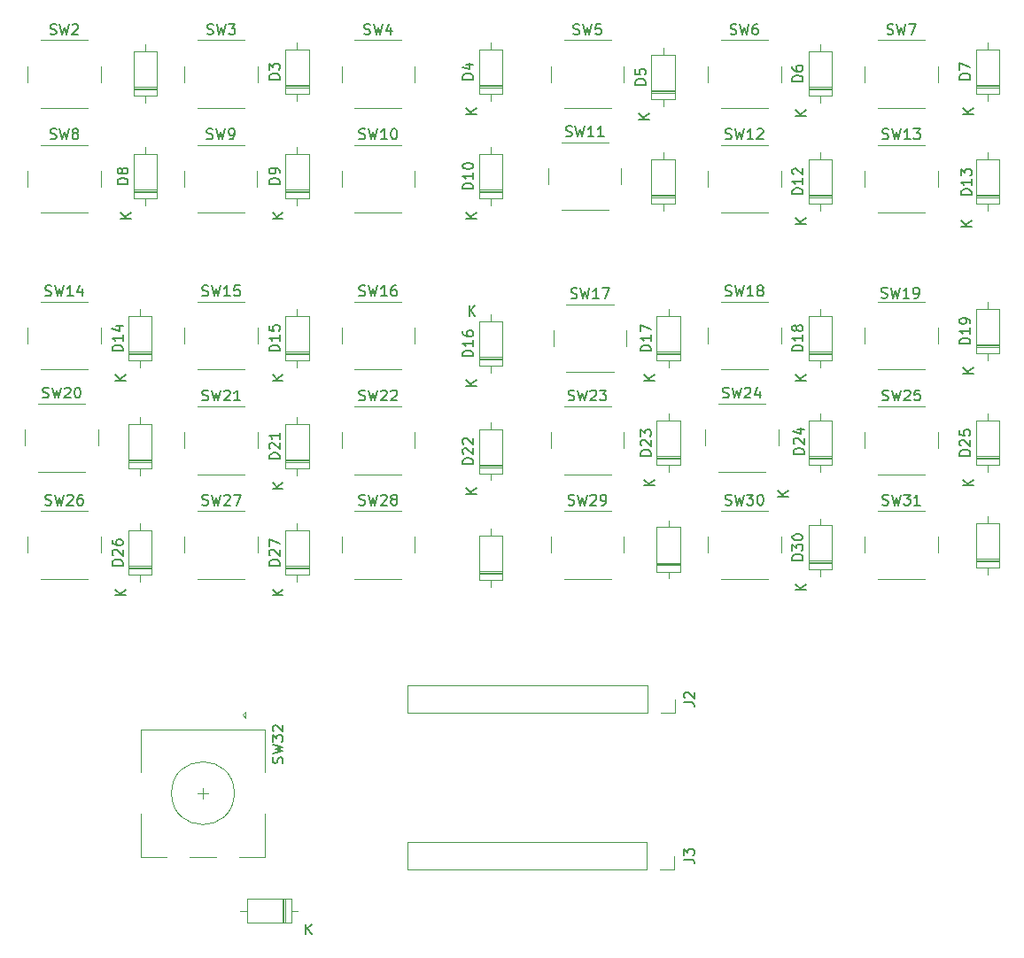
<source format=gbr>
%TF.GenerationSoftware,KiCad,Pcbnew,9.0.7*%
%TF.CreationDate,2026-01-22T21:08:17+09:00*%
%TF.ProjectId,YMMkeyboard,594d4d6b-6579-4626-9f61-72642e6b6963,rev?*%
%TF.SameCoordinates,Original*%
%TF.FileFunction,Legend,Top*%
%TF.FilePolarity,Positive*%
%FSLAX46Y46*%
G04 Gerber Fmt 4.6, Leading zero omitted, Abs format (unit mm)*
G04 Created by KiCad (PCBNEW 9.0.7) date 2026-01-22 21:08:17*
%MOMM*%
%LPD*%
G01*
G04 APERTURE LIST*
%ADD10C,0.150000*%
%ADD11C,0.120000*%
G04 APERTURE END LIST*
D10*
X57358095Y-115504819D02*
X57358095Y-114504819D01*
X57929523Y-115504819D02*
X57500952Y-114933390D01*
X57929523Y-114504819D02*
X57358095Y-115076247D01*
X112440476Y-39407200D02*
X112583333Y-39454819D01*
X112583333Y-39454819D02*
X112821428Y-39454819D01*
X112821428Y-39454819D02*
X112916666Y-39407200D01*
X112916666Y-39407200D02*
X112964285Y-39359580D01*
X112964285Y-39359580D02*
X113011904Y-39264342D01*
X113011904Y-39264342D02*
X113011904Y-39169104D01*
X113011904Y-39169104D02*
X112964285Y-39073866D01*
X112964285Y-39073866D02*
X112916666Y-39026247D01*
X112916666Y-39026247D02*
X112821428Y-38978628D01*
X112821428Y-38978628D02*
X112630952Y-38931009D01*
X112630952Y-38931009D02*
X112535714Y-38883390D01*
X112535714Y-38883390D02*
X112488095Y-38835771D01*
X112488095Y-38835771D02*
X112440476Y-38740533D01*
X112440476Y-38740533D02*
X112440476Y-38645295D01*
X112440476Y-38645295D02*
X112488095Y-38550057D01*
X112488095Y-38550057D02*
X112535714Y-38502438D01*
X112535714Y-38502438D02*
X112630952Y-38454819D01*
X112630952Y-38454819D02*
X112869047Y-38454819D01*
X112869047Y-38454819D02*
X113011904Y-38502438D01*
X113345238Y-38454819D02*
X113583333Y-39454819D01*
X113583333Y-39454819D02*
X113773809Y-38740533D01*
X113773809Y-38740533D02*
X113964285Y-39454819D01*
X113964285Y-39454819D02*
X114202381Y-38454819D01*
X115107142Y-39454819D02*
X114535714Y-39454819D01*
X114821428Y-39454819D02*
X114821428Y-38454819D01*
X114821428Y-38454819D02*
X114726190Y-38597676D01*
X114726190Y-38597676D02*
X114630952Y-38692914D01*
X114630952Y-38692914D02*
X114535714Y-38740533D01*
X115440476Y-38454819D02*
X116059523Y-38454819D01*
X116059523Y-38454819D02*
X115726190Y-38835771D01*
X115726190Y-38835771D02*
X115869047Y-38835771D01*
X115869047Y-38835771D02*
X115964285Y-38883390D01*
X115964285Y-38883390D02*
X116011904Y-38931009D01*
X116011904Y-38931009D02*
X116059523Y-39026247D01*
X116059523Y-39026247D02*
X116059523Y-39264342D01*
X116059523Y-39264342D02*
X116011904Y-39359580D01*
X116011904Y-39359580D02*
X115964285Y-39407200D01*
X115964285Y-39407200D02*
X115869047Y-39454819D01*
X115869047Y-39454819D02*
X115583333Y-39454819D01*
X115583333Y-39454819D02*
X115488095Y-39407200D01*
X115488095Y-39407200D02*
X115440476Y-39359580D01*
X97440476Y-39407200D02*
X97583333Y-39454819D01*
X97583333Y-39454819D02*
X97821428Y-39454819D01*
X97821428Y-39454819D02*
X97916666Y-39407200D01*
X97916666Y-39407200D02*
X97964285Y-39359580D01*
X97964285Y-39359580D02*
X98011904Y-39264342D01*
X98011904Y-39264342D02*
X98011904Y-39169104D01*
X98011904Y-39169104D02*
X97964285Y-39073866D01*
X97964285Y-39073866D02*
X97916666Y-39026247D01*
X97916666Y-39026247D02*
X97821428Y-38978628D01*
X97821428Y-38978628D02*
X97630952Y-38931009D01*
X97630952Y-38931009D02*
X97535714Y-38883390D01*
X97535714Y-38883390D02*
X97488095Y-38835771D01*
X97488095Y-38835771D02*
X97440476Y-38740533D01*
X97440476Y-38740533D02*
X97440476Y-38645295D01*
X97440476Y-38645295D02*
X97488095Y-38550057D01*
X97488095Y-38550057D02*
X97535714Y-38502438D01*
X97535714Y-38502438D02*
X97630952Y-38454819D01*
X97630952Y-38454819D02*
X97869047Y-38454819D01*
X97869047Y-38454819D02*
X98011904Y-38502438D01*
X98345238Y-38454819D02*
X98583333Y-39454819D01*
X98583333Y-39454819D02*
X98773809Y-38740533D01*
X98773809Y-38740533D02*
X98964285Y-39454819D01*
X98964285Y-39454819D02*
X99202381Y-38454819D01*
X100107142Y-39454819D02*
X99535714Y-39454819D01*
X99821428Y-39454819D02*
X99821428Y-38454819D01*
X99821428Y-38454819D02*
X99726190Y-38597676D01*
X99726190Y-38597676D02*
X99630952Y-38692914D01*
X99630952Y-38692914D02*
X99535714Y-38740533D01*
X100488095Y-38550057D02*
X100535714Y-38502438D01*
X100535714Y-38502438D02*
X100630952Y-38454819D01*
X100630952Y-38454819D02*
X100869047Y-38454819D01*
X100869047Y-38454819D02*
X100964285Y-38502438D01*
X100964285Y-38502438D02*
X101011904Y-38550057D01*
X101011904Y-38550057D02*
X101059523Y-38645295D01*
X101059523Y-38645295D02*
X101059523Y-38740533D01*
X101059523Y-38740533D02*
X101011904Y-38883390D01*
X101011904Y-38883390D02*
X100440476Y-39454819D01*
X100440476Y-39454819D02*
X101059523Y-39454819D01*
X97440476Y-74407200D02*
X97583333Y-74454819D01*
X97583333Y-74454819D02*
X97821428Y-74454819D01*
X97821428Y-74454819D02*
X97916666Y-74407200D01*
X97916666Y-74407200D02*
X97964285Y-74359580D01*
X97964285Y-74359580D02*
X98011904Y-74264342D01*
X98011904Y-74264342D02*
X98011904Y-74169104D01*
X98011904Y-74169104D02*
X97964285Y-74073866D01*
X97964285Y-74073866D02*
X97916666Y-74026247D01*
X97916666Y-74026247D02*
X97821428Y-73978628D01*
X97821428Y-73978628D02*
X97630952Y-73931009D01*
X97630952Y-73931009D02*
X97535714Y-73883390D01*
X97535714Y-73883390D02*
X97488095Y-73835771D01*
X97488095Y-73835771D02*
X97440476Y-73740533D01*
X97440476Y-73740533D02*
X97440476Y-73645295D01*
X97440476Y-73645295D02*
X97488095Y-73550057D01*
X97488095Y-73550057D02*
X97535714Y-73502438D01*
X97535714Y-73502438D02*
X97630952Y-73454819D01*
X97630952Y-73454819D02*
X97869047Y-73454819D01*
X97869047Y-73454819D02*
X98011904Y-73502438D01*
X98345238Y-73454819D02*
X98583333Y-74454819D01*
X98583333Y-74454819D02*
X98773809Y-73740533D01*
X98773809Y-73740533D02*
X98964285Y-74454819D01*
X98964285Y-74454819D02*
X99202381Y-73454819D01*
X99488095Y-73454819D02*
X100107142Y-73454819D01*
X100107142Y-73454819D02*
X99773809Y-73835771D01*
X99773809Y-73835771D02*
X99916666Y-73835771D01*
X99916666Y-73835771D02*
X100011904Y-73883390D01*
X100011904Y-73883390D02*
X100059523Y-73931009D01*
X100059523Y-73931009D02*
X100107142Y-74026247D01*
X100107142Y-74026247D02*
X100107142Y-74264342D01*
X100107142Y-74264342D02*
X100059523Y-74359580D01*
X100059523Y-74359580D02*
X100011904Y-74407200D01*
X100011904Y-74407200D02*
X99916666Y-74454819D01*
X99916666Y-74454819D02*
X99630952Y-74454819D01*
X99630952Y-74454819D02*
X99535714Y-74407200D01*
X99535714Y-74407200D02*
X99488095Y-74359580D01*
X100726190Y-73454819D02*
X100821428Y-73454819D01*
X100821428Y-73454819D02*
X100916666Y-73502438D01*
X100916666Y-73502438D02*
X100964285Y-73550057D01*
X100964285Y-73550057D02*
X101011904Y-73645295D01*
X101011904Y-73645295D02*
X101059523Y-73835771D01*
X101059523Y-73835771D02*
X101059523Y-74073866D01*
X101059523Y-74073866D02*
X101011904Y-74264342D01*
X101011904Y-74264342D02*
X100964285Y-74359580D01*
X100964285Y-74359580D02*
X100916666Y-74407200D01*
X100916666Y-74407200D02*
X100821428Y-74454819D01*
X100821428Y-74454819D02*
X100726190Y-74454819D01*
X100726190Y-74454819D02*
X100630952Y-74407200D01*
X100630952Y-74407200D02*
X100583333Y-74359580D01*
X100583333Y-74359580D02*
X100535714Y-74264342D01*
X100535714Y-74264342D02*
X100488095Y-74073866D01*
X100488095Y-74073866D02*
X100488095Y-73835771D01*
X100488095Y-73835771D02*
X100535714Y-73645295D01*
X100535714Y-73645295D02*
X100583333Y-73550057D01*
X100583333Y-73550057D02*
X100630952Y-73502438D01*
X100630952Y-73502438D02*
X100726190Y-73454819D01*
X82916667Y-29407200D02*
X83059524Y-29454819D01*
X83059524Y-29454819D02*
X83297619Y-29454819D01*
X83297619Y-29454819D02*
X83392857Y-29407200D01*
X83392857Y-29407200D02*
X83440476Y-29359580D01*
X83440476Y-29359580D02*
X83488095Y-29264342D01*
X83488095Y-29264342D02*
X83488095Y-29169104D01*
X83488095Y-29169104D02*
X83440476Y-29073866D01*
X83440476Y-29073866D02*
X83392857Y-29026247D01*
X83392857Y-29026247D02*
X83297619Y-28978628D01*
X83297619Y-28978628D02*
X83107143Y-28931009D01*
X83107143Y-28931009D02*
X83011905Y-28883390D01*
X83011905Y-28883390D02*
X82964286Y-28835771D01*
X82964286Y-28835771D02*
X82916667Y-28740533D01*
X82916667Y-28740533D02*
X82916667Y-28645295D01*
X82916667Y-28645295D02*
X82964286Y-28550057D01*
X82964286Y-28550057D02*
X83011905Y-28502438D01*
X83011905Y-28502438D02*
X83107143Y-28454819D01*
X83107143Y-28454819D02*
X83345238Y-28454819D01*
X83345238Y-28454819D02*
X83488095Y-28502438D01*
X83821429Y-28454819D02*
X84059524Y-29454819D01*
X84059524Y-29454819D02*
X84250000Y-28740533D01*
X84250000Y-28740533D02*
X84440476Y-29454819D01*
X84440476Y-29454819D02*
X84678572Y-28454819D01*
X85535714Y-28454819D02*
X85059524Y-28454819D01*
X85059524Y-28454819D02*
X85011905Y-28931009D01*
X85011905Y-28931009D02*
X85059524Y-28883390D01*
X85059524Y-28883390D02*
X85154762Y-28835771D01*
X85154762Y-28835771D02*
X85392857Y-28835771D01*
X85392857Y-28835771D02*
X85488095Y-28883390D01*
X85488095Y-28883390D02*
X85535714Y-28931009D01*
X85535714Y-28931009D02*
X85583333Y-29026247D01*
X85583333Y-29026247D02*
X85583333Y-29264342D01*
X85583333Y-29264342D02*
X85535714Y-29359580D01*
X85535714Y-29359580D02*
X85488095Y-29407200D01*
X85488095Y-29407200D02*
X85392857Y-29454819D01*
X85392857Y-29454819D02*
X85154762Y-29454819D01*
X85154762Y-29454819D02*
X85059524Y-29407200D01*
X85059524Y-29407200D02*
X85011905Y-29359580D01*
X54834819Y-70024285D02*
X53834819Y-70024285D01*
X53834819Y-70024285D02*
X53834819Y-69786190D01*
X53834819Y-69786190D02*
X53882438Y-69643333D01*
X53882438Y-69643333D02*
X53977676Y-69548095D01*
X53977676Y-69548095D02*
X54072914Y-69500476D01*
X54072914Y-69500476D02*
X54263390Y-69452857D01*
X54263390Y-69452857D02*
X54406247Y-69452857D01*
X54406247Y-69452857D02*
X54596723Y-69500476D01*
X54596723Y-69500476D02*
X54691961Y-69548095D01*
X54691961Y-69548095D02*
X54787200Y-69643333D01*
X54787200Y-69643333D02*
X54834819Y-69786190D01*
X54834819Y-69786190D02*
X54834819Y-70024285D01*
X53930057Y-69071904D02*
X53882438Y-69024285D01*
X53882438Y-69024285D02*
X53834819Y-68929047D01*
X53834819Y-68929047D02*
X53834819Y-68690952D01*
X53834819Y-68690952D02*
X53882438Y-68595714D01*
X53882438Y-68595714D02*
X53930057Y-68548095D01*
X53930057Y-68548095D02*
X54025295Y-68500476D01*
X54025295Y-68500476D02*
X54120533Y-68500476D01*
X54120533Y-68500476D02*
X54263390Y-68548095D01*
X54263390Y-68548095D02*
X54834819Y-69119523D01*
X54834819Y-69119523D02*
X54834819Y-68500476D01*
X54834819Y-67548095D02*
X54834819Y-68119523D01*
X54834819Y-67833809D02*
X53834819Y-67833809D01*
X53834819Y-67833809D02*
X53977676Y-67929047D01*
X53977676Y-67929047D02*
X54072914Y-68024285D01*
X54072914Y-68024285D02*
X54120533Y-68119523D01*
X55154819Y-72881904D02*
X54154819Y-72881904D01*
X55154819Y-72310476D02*
X54583390Y-72739047D01*
X54154819Y-72310476D02*
X54726247Y-72881904D01*
X39834819Y-59714285D02*
X38834819Y-59714285D01*
X38834819Y-59714285D02*
X38834819Y-59476190D01*
X38834819Y-59476190D02*
X38882438Y-59333333D01*
X38882438Y-59333333D02*
X38977676Y-59238095D01*
X38977676Y-59238095D02*
X39072914Y-59190476D01*
X39072914Y-59190476D02*
X39263390Y-59142857D01*
X39263390Y-59142857D02*
X39406247Y-59142857D01*
X39406247Y-59142857D02*
X39596723Y-59190476D01*
X39596723Y-59190476D02*
X39691961Y-59238095D01*
X39691961Y-59238095D02*
X39787200Y-59333333D01*
X39787200Y-59333333D02*
X39834819Y-59476190D01*
X39834819Y-59476190D02*
X39834819Y-59714285D01*
X39834819Y-58190476D02*
X39834819Y-58761904D01*
X39834819Y-58476190D02*
X38834819Y-58476190D01*
X38834819Y-58476190D02*
X38977676Y-58571428D01*
X38977676Y-58571428D02*
X39072914Y-58666666D01*
X39072914Y-58666666D02*
X39120533Y-58761904D01*
X39168152Y-57333333D02*
X39834819Y-57333333D01*
X38787200Y-57571428D02*
X39501485Y-57809523D01*
X39501485Y-57809523D02*
X39501485Y-57190476D01*
X40154819Y-62571904D02*
X39154819Y-62571904D01*
X40154819Y-62000476D02*
X39583390Y-62429047D01*
X39154819Y-62000476D02*
X39726247Y-62571904D01*
X54834819Y-43738094D02*
X53834819Y-43738094D01*
X53834819Y-43738094D02*
X53834819Y-43499999D01*
X53834819Y-43499999D02*
X53882438Y-43357142D01*
X53882438Y-43357142D02*
X53977676Y-43261904D01*
X53977676Y-43261904D02*
X54072914Y-43214285D01*
X54072914Y-43214285D02*
X54263390Y-43166666D01*
X54263390Y-43166666D02*
X54406247Y-43166666D01*
X54406247Y-43166666D02*
X54596723Y-43214285D01*
X54596723Y-43214285D02*
X54691961Y-43261904D01*
X54691961Y-43261904D02*
X54787200Y-43357142D01*
X54787200Y-43357142D02*
X54834819Y-43499999D01*
X54834819Y-43499999D02*
X54834819Y-43738094D01*
X54834819Y-42690475D02*
X54834819Y-42499999D01*
X54834819Y-42499999D02*
X54787200Y-42404761D01*
X54787200Y-42404761D02*
X54739580Y-42357142D01*
X54739580Y-42357142D02*
X54596723Y-42261904D01*
X54596723Y-42261904D02*
X54406247Y-42214285D01*
X54406247Y-42214285D02*
X54025295Y-42214285D01*
X54025295Y-42214285D02*
X53930057Y-42261904D01*
X53930057Y-42261904D02*
X53882438Y-42309523D01*
X53882438Y-42309523D02*
X53834819Y-42404761D01*
X53834819Y-42404761D02*
X53834819Y-42595237D01*
X53834819Y-42595237D02*
X53882438Y-42690475D01*
X53882438Y-42690475D02*
X53930057Y-42738094D01*
X53930057Y-42738094D02*
X54025295Y-42785713D01*
X54025295Y-42785713D02*
X54263390Y-42785713D01*
X54263390Y-42785713D02*
X54358628Y-42738094D01*
X54358628Y-42738094D02*
X54406247Y-42690475D01*
X54406247Y-42690475D02*
X54453866Y-42595237D01*
X54453866Y-42595237D02*
X54453866Y-42404761D01*
X54453866Y-42404761D02*
X54406247Y-42309523D01*
X54406247Y-42309523D02*
X54358628Y-42261904D01*
X54358628Y-42261904D02*
X54263390Y-42214285D01*
X55154819Y-47071904D02*
X54154819Y-47071904D01*
X55154819Y-46500476D02*
X54583390Y-46929047D01*
X54154819Y-46500476D02*
X54726247Y-47071904D01*
X93444819Y-108333333D02*
X94159104Y-108333333D01*
X94159104Y-108333333D02*
X94301961Y-108380952D01*
X94301961Y-108380952D02*
X94397200Y-108476190D01*
X94397200Y-108476190D02*
X94444819Y-108619047D01*
X94444819Y-108619047D02*
X94444819Y-108714285D01*
X93444819Y-107952380D02*
X93444819Y-107333333D01*
X93444819Y-107333333D02*
X93825771Y-107666666D01*
X93825771Y-107666666D02*
X93825771Y-107523809D01*
X93825771Y-107523809D02*
X93873390Y-107428571D01*
X93873390Y-107428571D02*
X93921009Y-107380952D01*
X93921009Y-107380952D02*
X94016247Y-107333333D01*
X94016247Y-107333333D02*
X94254342Y-107333333D01*
X94254342Y-107333333D02*
X94349580Y-107380952D01*
X94349580Y-107380952D02*
X94397200Y-107428571D01*
X94397200Y-107428571D02*
X94444819Y-107523809D01*
X94444819Y-107523809D02*
X94444819Y-107809523D01*
X94444819Y-107809523D02*
X94397200Y-107904761D01*
X94397200Y-107904761D02*
X94349580Y-107952380D01*
X82690476Y-54657200D02*
X82833333Y-54704819D01*
X82833333Y-54704819D02*
X83071428Y-54704819D01*
X83071428Y-54704819D02*
X83166666Y-54657200D01*
X83166666Y-54657200D02*
X83214285Y-54609580D01*
X83214285Y-54609580D02*
X83261904Y-54514342D01*
X83261904Y-54514342D02*
X83261904Y-54419104D01*
X83261904Y-54419104D02*
X83214285Y-54323866D01*
X83214285Y-54323866D02*
X83166666Y-54276247D01*
X83166666Y-54276247D02*
X83071428Y-54228628D01*
X83071428Y-54228628D02*
X82880952Y-54181009D01*
X82880952Y-54181009D02*
X82785714Y-54133390D01*
X82785714Y-54133390D02*
X82738095Y-54085771D01*
X82738095Y-54085771D02*
X82690476Y-53990533D01*
X82690476Y-53990533D02*
X82690476Y-53895295D01*
X82690476Y-53895295D02*
X82738095Y-53800057D01*
X82738095Y-53800057D02*
X82785714Y-53752438D01*
X82785714Y-53752438D02*
X82880952Y-53704819D01*
X82880952Y-53704819D02*
X83119047Y-53704819D01*
X83119047Y-53704819D02*
X83261904Y-53752438D01*
X83595238Y-53704819D02*
X83833333Y-54704819D01*
X83833333Y-54704819D02*
X84023809Y-53990533D01*
X84023809Y-53990533D02*
X84214285Y-54704819D01*
X84214285Y-54704819D02*
X84452381Y-53704819D01*
X85357142Y-54704819D02*
X84785714Y-54704819D01*
X85071428Y-54704819D02*
X85071428Y-53704819D01*
X85071428Y-53704819D02*
X84976190Y-53847676D01*
X84976190Y-53847676D02*
X84880952Y-53942914D01*
X84880952Y-53942914D02*
X84785714Y-53990533D01*
X85690476Y-53704819D02*
X86357142Y-53704819D01*
X86357142Y-53704819D02*
X85928571Y-54704819D01*
X104834819Y-33928094D02*
X103834819Y-33928094D01*
X103834819Y-33928094D02*
X103834819Y-33689999D01*
X103834819Y-33689999D02*
X103882438Y-33547142D01*
X103882438Y-33547142D02*
X103977676Y-33451904D01*
X103977676Y-33451904D02*
X104072914Y-33404285D01*
X104072914Y-33404285D02*
X104263390Y-33356666D01*
X104263390Y-33356666D02*
X104406247Y-33356666D01*
X104406247Y-33356666D02*
X104596723Y-33404285D01*
X104596723Y-33404285D02*
X104691961Y-33451904D01*
X104691961Y-33451904D02*
X104787200Y-33547142D01*
X104787200Y-33547142D02*
X104834819Y-33689999D01*
X104834819Y-33689999D02*
X104834819Y-33928094D01*
X103834819Y-32499523D02*
X103834819Y-32689999D01*
X103834819Y-32689999D02*
X103882438Y-32785237D01*
X103882438Y-32785237D02*
X103930057Y-32832856D01*
X103930057Y-32832856D02*
X104072914Y-32928094D01*
X104072914Y-32928094D02*
X104263390Y-32975713D01*
X104263390Y-32975713D02*
X104644342Y-32975713D01*
X104644342Y-32975713D02*
X104739580Y-32928094D01*
X104739580Y-32928094D02*
X104787200Y-32880475D01*
X104787200Y-32880475D02*
X104834819Y-32785237D01*
X104834819Y-32785237D02*
X104834819Y-32594761D01*
X104834819Y-32594761D02*
X104787200Y-32499523D01*
X104787200Y-32499523D02*
X104739580Y-32451904D01*
X104739580Y-32451904D02*
X104644342Y-32404285D01*
X104644342Y-32404285D02*
X104406247Y-32404285D01*
X104406247Y-32404285D02*
X104311009Y-32451904D01*
X104311009Y-32451904D02*
X104263390Y-32499523D01*
X104263390Y-32499523D02*
X104215771Y-32594761D01*
X104215771Y-32594761D02*
X104215771Y-32785237D01*
X104215771Y-32785237D02*
X104263390Y-32880475D01*
X104263390Y-32880475D02*
X104311009Y-32928094D01*
X104311009Y-32928094D02*
X104406247Y-32975713D01*
X105154819Y-37261904D02*
X104154819Y-37261904D01*
X105154819Y-36690476D02*
X104583390Y-37119047D01*
X104154819Y-36690476D02*
X104726247Y-37261904D01*
X93484819Y-93333333D02*
X94199104Y-93333333D01*
X94199104Y-93333333D02*
X94341961Y-93380952D01*
X94341961Y-93380952D02*
X94437200Y-93476190D01*
X94437200Y-93476190D02*
X94484819Y-93619047D01*
X94484819Y-93619047D02*
X94484819Y-93714285D01*
X93580057Y-92904761D02*
X93532438Y-92857142D01*
X93532438Y-92857142D02*
X93484819Y-92761904D01*
X93484819Y-92761904D02*
X93484819Y-92523809D01*
X93484819Y-92523809D02*
X93532438Y-92428571D01*
X93532438Y-92428571D02*
X93580057Y-92380952D01*
X93580057Y-92380952D02*
X93675295Y-92333333D01*
X93675295Y-92333333D02*
X93770533Y-92333333D01*
X93770533Y-92333333D02*
X93913390Y-92380952D01*
X93913390Y-92380952D02*
X94484819Y-92952380D01*
X94484819Y-92952380D02*
X94484819Y-92333333D01*
X104834819Y-79714285D02*
X103834819Y-79714285D01*
X103834819Y-79714285D02*
X103834819Y-79476190D01*
X103834819Y-79476190D02*
X103882438Y-79333333D01*
X103882438Y-79333333D02*
X103977676Y-79238095D01*
X103977676Y-79238095D02*
X104072914Y-79190476D01*
X104072914Y-79190476D02*
X104263390Y-79142857D01*
X104263390Y-79142857D02*
X104406247Y-79142857D01*
X104406247Y-79142857D02*
X104596723Y-79190476D01*
X104596723Y-79190476D02*
X104691961Y-79238095D01*
X104691961Y-79238095D02*
X104787200Y-79333333D01*
X104787200Y-79333333D02*
X104834819Y-79476190D01*
X104834819Y-79476190D02*
X104834819Y-79714285D01*
X103834819Y-78809523D02*
X103834819Y-78190476D01*
X103834819Y-78190476D02*
X104215771Y-78523809D01*
X104215771Y-78523809D02*
X104215771Y-78380952D01*
X104215771Y-78380952D02*
X104263390Y-78285714D01*
X104263390Y-78285714D02*
X104311009Y-78238095D01*
X104311009Y-78238095D02*
X104406247Y-78190476D01*
X104406247Y-78190476D02*
X104644342Y-78190476D01*
X104644342Y-78190476D02*
X104739580Y-78238095D01*
X104739580Y-78238095D02*
X104787200Y-78285714D01*
X104787200Y-78285714D02*
X104834819Y-78380952D01*
X104834819Y-78380952D02*
X104834819Y-78666666D01*
X104834819Y-78666666D02*
X104787200Y-78761904D01*
X104787200Y-78761904D02*
X104739580Y-78809523D01*
X103834819Y-77571428D02*
X103834819Y-77476190D01*
X103834819Y-77476190D02*
X103882438Y-77380952D01*
X103882438Y-77380952D02*
X103930057Y-77333333D01*
X103930057Y-77333333D02*
X104025295Y-77285714D01*
X104025295Y-77285714D02*
X104215771Y-77238095D01*
X104215771Y-77238095D02*
X104453866Y-77238095D01*
X104453866Y-77238095D02*
X104644342Y-77285714D01*
X104644342Y-77285714D02*
X104739580Y-77333333D01*
X104739580Y-77333333D02*
X104787200Y-77380952D01*
X104787200Y-77380952D02*
X104834819Y-77476190D01*
X104834819Y-77476190D02*
X104834819Y-77571428D01*
X104834819Y-77571428D02*
X104787200Y-77666666D01*
X104787200Y-77666666D02*
X104739580Y-77714285D01*
X104739580Y-77714285D02*
X104644342Y-77761904D01*
X104644342Y-77761904D02*
X104453866Y-77809523D01*
X104453866Y-77809523D02*
X104215771Y-77809523D01*
X104215771Y-77809523D02*
X104025295Y-77761904D01*
X104025295Y-77761904D02*
X103930057Y-77714285D01*
X103930057Y-77714285D02*
X103882438Y-77666666D01*
X103882438Y-77666666D02*
X103834819Y-77571428D01*
X105154819Y-82571904D02*
X104154819Y-82571904D01*
X105154819Y-82000476D02*
X104583390Y-82429047D01*
X104154819Y-82000476D02*
X104726247Y-82571904D01*
X73334819Y-44214285D02*
X72334819Y-44214285D01*
X72334819Y-44214285D02*
X72334819Y-43976190D01*
X72334819Y-43976190D02*
X72382438Y-43833333D01*
X72382438Y-43833333D02*
X72477676Y-43738095D01*
X72477676Y-43738095D02*
X72572914Y-43690476D01*
X72572914Y-43690476D02*
X72763390Y-43642857D01*
X72763390Y-43642857D02*
X72906247Y-43642857D01*
X72906247Y-43642857D02*
X73096723Y-43690476D01*
X73096723Y-43690476D02*
X73191961Y-43738095D01*
X73191961Y-43738095D02*
X73287200Y-43833333D01*
X73287200Y-43833333D02*
X73334819Y-43976190D01*
X73334819Y-43976190D02*
X73334819Y-44214285D01*
X73334819Y-42690476D02*
X73334819Y-43261904D01*
X73334819Y-42976190D02*
X72334819Y-42976190D01*
X72334819Y-42976190D02*
X72477676Y-43071428D01*
X72477676Y-43071428D02*
X72572914Y-43166666D01*
X72572914Y-43166666D02*
X72620533Y-43261904D01*
X72334819Y-42071428D02*
X72334819Y-41976190D01*
X72334819Y-41976190D02*
X72382438Y-41880952D01*
X72382438Y-41880952D02*
X72430057Y-41833333D01*
X72430057Y-41833333D02*
X72525295Y-41785714D01*
X72525295Y-41785714D02*
X72715771Y-41738095D01*
X72715771Y-41738095D02*
X72953866Y-41738095D01*
X72953866Y-41738095D02*
X73144342Y-41785714D01*
X73144342Y-41785714D02*
X73239580Y-41833333D01*
X73239580Y-41833333D02*
X73287200Y-41880952D01*
X73287200Y-41880952D02*
X73334819Y-41976190D01*
X73334819Y-41976190D02*
X73334819Y-42071428D01*
X73334819Y-42071428D02*
X73287200Y-42166666D01*
X73287200Y-42166666D02*
X73239580Y-42214285D01*
X73239580Y-42214285D02*
X73144342Y-42261904D01*
X73144342Y-42261904D02*
X72953866Y-42309523D01*
X72953866Y-42309523D02*
X72715771Y-42309523D01*
X72715771Y-42309523D02*
X72525295Y-42261904D01*
X72525295Y-42261904D02*
X72430057Y-42214285D01*
X72430057Y-42214285D02*
X72382438Y-42166666D01*
X72382438Y-42166666D02*
X72334819Y-42071428D01*
X73654819Y-47071904D02*
X72654819Y-47071904D01*
X73654819Y-46500476D02*
X73083390Y-46929047D01*
X72654819Y-46500476D02*
X73226247Y-47071904D01*
X112916667Y-29407200D02*
X113059524Y-29454819D01*
X113059524Y-29454819D02*
X113297619Y-29454819D01*
X113297619Y-29454819D02*
X113392857Y-29407200D01*
X113392857Y-29407200D02*
X113440476Y-29359580D01*
X113440476Y-29359580D02*
X113488095Y-29264342D01*
X113488095Y-29264342D02*
X113488095Y-29169104D01*
X113488095Y-29169104D02*
X113440476Y-29073866D01*
X113440476Y-29073866D02*
X113392857Y-29026247D01*
X113392857Y-29026247D02*
X113297619Y-28978628D01*
X113297619Y-28978628D02*
X113107143Y-28931009D01*
X113107143Y-28931009D02*
X113011905Y-28883390D01*
X113011905Y-28883390D02*
X112964286Y-28835771D01*
X112964286Y-28835771D02*
X112916667Y-28740533D01*
X112916667Y-28740533D02*
X112916667Y-28645295D01*
X112916667Y-28645295D02*
X112964286Y-28550057D01*
X112964286Y-28550057D02*
X113011905Y-28502438D01*
X113011905Y-28502438D02*
X113107143Y-28454819D01*
X113107143Y-28454819D02*
X113345238Y-28454819D01*
X113345238Y-28454819D02*
X113488095Y-28502438D01*
X113821429Y-28454819D02*
X114059524Y-29454819D01*
X114059524Y-29454819D02*
X114250000Y-28740533D01*
X114250000Y-28740533D02*
X114440476Y-29454819D01*
X114440476Y-29454819D02*
X114678572Y-28454819D01*
X114964286Y-28454819D02*
X115630952Y-28454819D01*
X115630952Y-28454819D02*
X115202381Y-29454819D01*
X62440476Y-74407200D02*
X62583333Y-74454819D01*
X62583333Y-74454819D02*
X62821428Y-74454819D01*
X62821428Y-74454819D02*
X62916666Y-74407200D01*
X62916666Y-74407200D02*
X62964285Y-74359580D01*
X62964285Y-74359580D02*
X63011904Y-74264342D01*
X63011904Y-74264342D02*
X63011904Y-74169104D01*
X63011904Y-74169104D02*
X62964285Y-74073866D01*
X62964285Y-74073866D02*
X62916666Y-74026247D01*
X62916666Y-74026247D02*
X62821428Y-73978628D01*
X62821428Y-73978628D02*
X62630952Y-73931009D01*
X62630952Y-73931009D02*
X62535714Y-73883390D01*
X62535714Y-73883390D02*
X62488095Y-73835771D01*
X62488095Y-73835771D02*
X62440476Y-73740533D01*
X62440476Y-73740533D02*
X62440476Y-73645295D01*
X62440476Y-73645295D02*
X62488095Y-73550057D01*
X62488095Y-73550057D02*
X62535714Y-73502438D01*
X62535714Y-73502438D02*
X62630952Y-73454819D01*
X62630952Y-73454819D02*
X62869047Y-73454819D01*
X62869047Y-73454819D02*
X63011904Y-73502438D01*
X63345238Y-73454819D02*
X63583333Y-74454819D01*
X63583333Y-74454819D02*
X63773809Y-73740533D01*
X63773809Y-73740533D02*
X63964285Y-74454819D01*
X63964285Y-74454819D02*
X64202381Y-73454819D01*
X64535714Y-73550057D02*
X64583333Y-73502438D01*
X64583333Y-73502438D02*
X64678571Y-73454819D01*
X64678571Y-73454819D02*
X64916666Y-73454819D01*
X64916666Y-73454819D02*
X65011904Y-73502438D01*
X65011904Y-73502438D02*
X65059523Y-73550057D01*
X65059523Y-73550057D02*
X65107142Y-73645295D01*
X65107142Y-73645295D02*
X65107142Y-73740533D01*
X65107142Y-73740533D02*
X65059523Y-73883390D01*
X65059523Y-73883390D02*
X64488095Y-74454819D01*
X64488095Y-74454819D02*
X65107142Y-74454819D01*
X65678571Y-73883390D02*
X65583333Y-73835771D01*
X65583333Y-73835771D02*
X65535714Y-73788152D01*
X65535714Y-73788152D02*
X65488095Y-73692914D01*
X65488095Y-73692914D02*
X65488095Y-73645295D01*
X65488095Y-73645295D02*
X65535714Y-73550057D01*
X65535714Y-73550057D02*
X65583333Y-73502438D01*
X65583333Y-73502438D02*
X65678571Y-73454819D01*
X65678571Y-73454819D02*
X65869047Y-73454819D01*
X65869047Y-73454819D02*
X65964285Y-73502438D01*
X65964285Y-73502438D02*
X66011904Y-73550057D01*
X66011904Y-73550057D02*
X66059523Y-73645295D01*
X66059523Y-73645295D02*
X66059523Y-73692914D01*
X66059523Y-73692914D02*
X66011904Y-73788152D01*
X66011904Y-73788152D02*
X65964285Y-73835771D01*
X65964285Y-73835771D02*
X65869047Y-73883390D01*
X65869047Y-73883390D02*
X65678571Y-73883390D01*
X65678571Y-73883390D02*
X65583333Y-73931009D01*
X65583333Y-73931009D02*
X65535714Y-73978628D01*
X65535714Y-73978628D02*
X65488095Y-74073866D01*
X65488095Y-74073866D02*
X65488095Y-74264342D01*
X65488095Y-74264342D02*
X65535714Y-74359580D01*
X65535714Y-74359580D02*
X65583333Y-74407200D01*
X65583333Y-74407200D02*
X65678571Y-74454819D01*
X65678571Y-74454819D02*
X65869047Y-74454819D01*
X65869047Y-74454819D02*
X65964285Y-74407200D01*
X65964285Y-74407200D02*
X66011904Y-74359580D01*
X66011904Y-74359580D02*
X66059523Y-74264342D01*
X66059523Y-74264342D02*
X66059523Y-74073866D01*
X66059523Y-74073866D02*
X66011904Y-73978628D01*
X66011904Y-73978628D02*
X65964285Y-73931009D01*
X65964285Y-73931009D02*
X65869047Y-73883390D01*
X104834819Y-44714285D02*
X103834819Y-44714285D01*
X103834819Y-44714285D02*
X103834819Y-44476190D01*
X103834819Y-44476190D02*
X103882438Y-44333333D01*
X103882438Y-44333333D02*
X103977676Y-44238095D01*
X103977676Y-44238095D02*
X104072914Y-44190476D01*
X104072914Y-44190476D02*
X104263390Y-44142857D01*
X104263390Y-44142857D02*
X104406247Y-44142857D01*
X104406247Y-44142857D02*
X104596723Y-44190476D01*
X104596723Y-44190476D02*
X104691961Y-44238095D01*
X104691961Y-44238095D02*
X104787200Y-44333333D01*
X104787200Y-44333333D02*
X104834819Y-44476190D01*
X104834819Y-44476190D02*
X104834819Y-44714285D01*
X104834819Y-43190476D02*
X104834819Y-43761904D01*
X104834819Y-43476190D02*
X103834819Y-43476190D01*
X103834819Y-43476190D02*
X103977676Y-43571428D01*
X103977676Y-43571428D02*
X104072914Y-43666666D01*
X104072914Y-43666666D02*
X104120533Y-43761904D01*
X103930057Y-42809523D02*
X103882438Y-42761904D01*
X103882438Y-42761904D02*
X103834819Y-42666666D01*
X103834819Y-42666666D02*
X103834819Y-42428571D01*
X103834819Y-42428571D02*
X103882438Y-42333333D01*
X103882438Y-42333333D02*
X103930057Y-42285714D01*
X103930057Y-42285714D02*
X104025295Y-42238095D01*
X104025295Y-42238095D02*
X104120533Y-42238095D01*
X104120533Y-42238095D02*
X104263390Y-42285714D01*
X104263390Y-42285714D02*
X104834819Y-42857142D01*
X104834819Y-42857142D02*
X104834819Y-42238095D01*
X105154819Y-47571904D02*
X104154819Y-47571904D01*
X105154819Y-47000476D02*
X104583390Y-47429047D01*
X104154819Y-47000476D02*
X104726247Y-47571904D01*
X32190476Y-64157200D02*
X32333333Y-64204819D01*
X32333333Y-64204819D02*
X32571428Y-64204819D01*
X32571428Y-64204819D02*
X32666666Y-64157200D01*
X32666666Y-64157200D02*
X32714285Y-64109580D01*
X32714285Y-64109580D02*
X32761904Y-64014342D01*
X32761904Y-64014342D02*
X32761904Y-63919104D01*
X32761904Y-63919104D02*
X32714285Y-63823866D01*
X32714285Y-63823866D02*
X32666666Y-63776247D01*
X32666666Y-63776247D02*
X32571428Y-63728628D01*
X32571428Y-63728628D02*
X32380952Y-63681009D01*
X32380952Y-63681009D02*
X32285714Y-63633390D01*
X32285714Y-63633390D02*
X32238095Y-63585771D01*
X32238095Y-63585771D02*
X32190476Y-63490533D01*
X32190476Y-63490533D02*
X32190476Y-63395295D01*
X32190476Y-63395295D02*
X32238095Y-63300057D01*
X32238095Y-63300057D02*
X32285714Y-63252438D01*
X32285714Y-63252438D02*
X32380952Y-63204819D01*
X32380952Y-63204819D02*
X32619047Y-63204819D01*
X32619047Y-63204819D02*
X32761904Y-63252438D01*
X33095238Y-63204819D02*
X33333333Y-64204819D01*
X33333333Y-64204819D02*
X33523809Y-63490533D01*
X33523809Y-63490533D02*
X33714285Y-64204819D01*
X33714285Y-64204819D02*
X33952381Y-63204819D01*
X34285714Y-63300057D02*
X34333333Y-63252438D01*
X34333333Y-63252438D02*
X34428571Y-63204819D01*
X34428571Y-63204819D02*
X34666666Y-63204819D01*
X34666666Y-63204819D02*
X34761904Y-63252438D01*
X34761904Y-63252438D02*
X34809523Y-63300057D01*
X34809523Y-63300057D02*
X34857142Y-63395295D01*
X34857142Y-63395295D02*
X34857142Y-63490533D01*
X34857142Y-63490533D02*
X34809523Y-63633390D01*
X34809523Y-63633390D02*
X34238095Y-64204819D01*
X34238095Y-64204819D02*
X34857142Y-64204819D01*
X35476190Y-63204819D02*
X35571428Y-63204819D01*
X35571428Y-63204819D02*
X35666666Y-63252438D01*
X35666666Y-63252438D02*
X35714285Y-63300057D01*
X35714285Y-63300057D02*
X35761904Y-63395295D01*
X35761904Y-63395295D02*
X35809523Y-63585771D01*
X35809523Y-63585771D02*
X35809523Y-63823866D01*
X35809523Y-63823866D02*
X35761904Y-64014342D01*
X35761904Y-64014342D02*
X35714285Y-64109580D01*
X35714285Y-64109580D02*
X35666666Y-64157200D01*
X35666666Y-64157200D02*
X35571428Y-64204819D01*
X35571428Y-64204819D02*
X35476190Y-64204819D01*
X35476190Y-64204819D02*
X35380952Y-64157200D01*
X35380952Y-64157200D02*
X35333333Y-64109580D01*
X35333333Y-64109580D02*
X35285714Y-64014342D01*
X35285714Y-64014342D02*
X35238095Y-63823866D01*
X35238095Y-63823866D02*
X35238095Y-63585771D01*
X35238095Y-63585771D02*
X35285714Y-63395295D01*
X35285714Y-63395295D02*
X35333333Y-63300057D01*
X35333333Y-63300057D02*
X35380952Y-63252438D01*
X35380952Y-63252438D02*
X35476190Y-63204819D01*
X104834819Y-59714285D02*
X103834819Y-59714285D01*
X103834819Y-59714285D02*
X103834819Y-59476190D01*
X103834819Y-59476190D02*
X103882438Y-59333333D01*
X103882438Y-59333333D02*
X103977676Y-59238095D01*
X103977676Y-59238095D02*
X104072914Y-59190476D01*
X104072914Y-59190476D02*
X104263390Y-59142857D01*
X104263390Y-59142857D02*
X104406247Y-59142857D01*
X104406247Y-59142857D02*
X104596723Y-59190476D01*
X104596723Y-59190476D02*
X104691961Y-59238095D01*
X104691961Y-59238095D02*
X104787200Y-59333333D01*
X104787200Y-59333333D02*
X104834819Y-59476190D01*
X104834819Y-59476190D02*
X104834819Y-59714285D01*
X104834819Y-58190476D02*
X104834819Y-58761904D01*
X104834819Y-58476190D02*
X103834819Y-58476190D01*
X103834819Y-58476190D02*
X103977676Y-58571428D01*
X103977676Y-58571428D02*
X104072914Y-58666666D01*
X104072914Y-58666666D02*
X104120533Y-58761904D01*
X104263390Y-57619047D02*
X104215771Y-57714285D01*
X104215771Y-57714285D02*
X104168152Y-57761904D01*
X104168152Y-57761904D02*
X104072914Y-57809523D01*
X104072914Y-57809523D02*
X104025295Y-57809523D01*
X104025295Y-57809523D02*
X103930057Y-57761904D01*
X103930057Y-57761904D02*
X103882438Y-57714285D01*
X103882438Y-57714285D02*
X103834819Y-57619047D01*
X103834819Y-57619047D02*
X103834819Y-57428571D01*
X103834819Y-57428571D02*
X103882438Y-57333333D01*
X103882438Y-57333333D02*
X103930057Y-57285714D01*
X103930057Y-57285714D02*
X104025295Y-57238095D01*
X104025295Y-57238095D02*
X104072914Y-57238095D01*
X104072914Y-57238095D02*
X104168152Y-57285714D01*
X104168152Y-57285714D02*
X104215771Y-57333333D01*
X104215771Y-57333333D02*
X104263390Y-57428571D01*
X104263390Y-57428571D02*
X104263390Y-57619047D01*
X104263390Y-57619047D02*
X104311009Y-57714285D01*
X104311009Y-57714285D02*
X104358628Y-57761904D01*
X104358628Y-57761904D02*
X104453866Y-57809523D01*
X104453866Y-57809523D02*
X104644342Y-57809523D01*
X104644342Y-57809523D02*
X104739580Y-57761904D01*
X104739580Y-57761904D02*
X104787200Y-57714285D01*
X104787200Y-57714285D02*
X104834819Y-57619047D01*
X104834819Y-57619047D02*
X104834819Y-57428571D01*
X104834819Y-57428571D02*
X104787200Y-57333333D01*
X104787200Y-57333333D02*
X104739580Y-57285714D01*
X104739580Y-57285714D02*
X104644342Y-57238095D01*
X104644342Y-57238095D02*
X104453866Y-57238095D01*
X104453866Y-57238095D02*
X104358628Y-57285714D01*
X104358628Y-57285714D02*
X104311009Y-57333333D01*
X104311009Y-57333333D02*
X104263390Y-57428571D01*
X105154819Y-62571904D02*
X104154819Y-62571904D01*
X105154819Y-62000476D02*
X104583390Y-62429047D01*
X104154819Y-62000476D02*
X104726247Y-62571904D01*
X32440476Y-74407200D02*
X32583333Y-74454819D01*
X32583333Y-74454819D02*
X32821428Y-74454819D01*
X32821428Y-74454819D02*
X32916666Y-74407200D01*
X32916666Y-74407200D02*
X32964285Y-74359580D01*
X32964285Y-74359580D02*
X33011904Y-74264342D01*
X33011904Y-74264342D02*
X33011904Y-74169104D01*
X33011904Y-74169104D02*
X32964285Y-74073866D01*
X32964285Y-74073866D02*
X32916666Y-74026247D01*
X32916666Y-74026247D02*
X32821428Y-73978628D01*
X32821428Y-73978628D02*
X32630952Y-73931009D01*
X32630952Y-73931009D02*
X32535714Y-73883390D01*
X32535714Y-73883390D02*
X32488095Y-73835771D01*
X32488095Y-73835771D02*
X32440476Y-73740533D01*
X32440476Y-73740533D02*
X32440476Y-73645295D01*
X32440476Y-73645295D02*
X32488095Y-73550057D01*
X32488095Y-73550057D02*
X32535714Y-73502438D01*
X32535714Y-73502438D02*
X32630952Y-73454819D01*
X32630952Y-73454819D02*
X32869047Y-73454819D01*
X32869047Y-73454819D02*
X33011904Y-73502438D01*
X33345238Y-73454819D02*
X33583333Y-74454819D01*
X33583333Y-74454819D02*
X33773809Y-73740533D01*
X33773809Y-73740533D02*
X33964285Y-74454819D01*
X33964285Y-74454819D02*
X34202381Y-73454819D01*
X34535714Y-73550057D02*
X34583333Y-73502438D01*
X34583333Y-73502438D02*
X34678571Y-73454819D01*
X34678571Y-73454819D02*
X34916666Y-73454819D01*
X34916666Y-73454819D02*
X35011904Y-73502438D01*
X35011904Y-73502438D02*
X35059523Y-73550057D01*
X35059523Y-73550057D02*
X35107142Y-73645295D01*
X35107142Y-73645295D02*
X35107142Y-73740533D01*
X35107142Y-73740533D02*
X35059523Y-73883390D01*
X35059523Y-73883390D02*
X34488095Y-74454819D01*
X34488095Y-74454819D02*
X35107142Y-74454819D01*
X35964285Y-73454819D02*
X35773809Y-73454819D01*
X35773809Y-73454819D02*
X35678571Y-73502438D01*
X35678571Y-73502438D02*
X35630952Y-73550057D01*
X35630952Y-73550057D02*
X35535714Y-73692914D01*
X35535714Y-73692914D02*
X35488095Y-73883390D01*
X35488095Y-73883390D02*
X35488095Y-74264342D01*
X35488095Y-74264342D02*
X35535714Y-74359580D01*
X35535714Y-74359580D02*
X35583333Y-74407200D01*
X35583333Y-74407200D02*
X35678571Y-74454819D01*
X35678571Y-74454819D02*
X35869047Y-74454819D01*
X35869047Y-74454819D02*
X35964285Y-74407200D01*
X35964285Y-74407200D02*
X36011904Y-74359580D01*
X36011904Y-74359580D02*
X36059523Y-74264342D01*
X36059523Y-74264342D02*
X36059523Y-74026247D01*
X36059523Y-74026247D02*
X36011904Y-73931009D01*
X36011904Y-73931009D02*
X35964285Y-73883390D01*
X35964285Y-73883390D02*
X35869047Y-73835771D01*
X35869047Y-73835771D02*
X35678571Y-73835771D01*
X35678571Y-73835771D02*
X35583333Y-73883390D01*
X35583333Y-73883390D02*
X35535714Y-73931009D01*
X35535714Y-73931009D02*
X35488095Y-74026247D01*
X120834819Y-33738094D02*
X119834819Y-33738094D01*
X119834819Y-33738094D02*
X119834819Y-33499999D01*
X119834819Y-33499999D02*
X119882438Y-33357142D01*
X119882438Y-33357142D02*
X119977676Y-33261904D01*
X119977676Y-33261904D02*
X120072914Y-33214285D01*
X120072914Y-33214285D02*
X120263390Y-33166666D01*
X120263390Y-33166666D02*
X120406247Y-33166666D01*
X120406247Y-33166666D02*
X120596723Y-33214285D01*
X120596723Y-33214285D02*
X120691961Y-33261904D01*
X120691961Y-33261904D02*
X120787200Y-33357142D01*
X120787200Y-33357142D02*
X120834819Y-33499999D01*
X120834819Y-33499999D02*
X120834819Y-33738094D01*
X119834819Y-32833332D02*
X119834819Y-32166666D01*
X119834819Y-32166666D02*
X120834819Y-32595237D01*
X121154819Y-37071904D02*
X120154819Y-37071904D01*
X121154819Y-36500476D02*
X120583390Y-36929047D01*
X120154819Y-36500476D02*
X120726247Y-37071904D01*
X120834819Y-59024285D02*
X119834819Y-59024285D01*
X119834819Y-59024285D02*
X119834819Y-58786190D01*
X119834819Y-58786190D02*
X119882438Y-58643333D01*
X119882438Y-58643333D02*
X119977676Y-58548095D01*
X119977676Y-58548095D02*
X120072914Y-58500476D01*
X120072914Y-58500476D02*
X120263390Y-58452857D01*
X120263390Y-58452857D02*
X120406247Y-58452857D01*
X120406247Y-58452857D02*
X120596723Y-58500476D01*
X120596723Y-58500476D02*
X120691961Y-58548095D01*
X120691961Y-58548095D02*
X120787200Y-58643333D01*
X120787200Y-58643333D02*
X120834819Y-58786190D01*
X120834819Y-58786190D02*
X120834819Y-59024285D01*
X120834819Y-57500476D02*
X120834819Y-58071904D01*
X120834819Y-57786190D02*
X119834819Y-57786190D01*
X119834819Y-57786190D02*
X119977676Y-57881428D01*
X119977676Y-57881428D02*
X120072914Y-57976666D01*
X120072914Y-57976666D02*
X120120533Y-58071904D01*
X120834819Y-57024285D02*
X120834819Y-56833809D01*
X120834819Y-56833809D02*
X120787200Y-56738571D01*
X120787200Y-56738571D02*
X120739580Y-56690952D01*
X120739580Y-56690952D02*
X120596723Y-56595714D01*
X120596723Y-56595714D02*
X120406247Y-56548095D01*
X120406247Y-56548095D02*
X120025295Y-56548095D01*
X120025295Y-56548095D02*
X119930057Y-56595714D01*
X119930057Y-56595714D02*
X119882438Y-56643333D01*
X119882438Y-56643333D02*
X119834819Y-56738571D01*
X119834819Y-56738571D02*
X119834819Y-56929047D01*
X119834819Y-56929047D02*
X119882438Y-57024285D01*
X119882438Y-57024285D02*
X119930057Y-57071904D01*
X119930057Y-57071904D02*
X120025295Y-57119523D01*
X120025295Y-57119523D02*
X120263390Y-57119523D01*
X120263390Y-57119523D02*
X120358628Y-57071904D01*
X120358628Y-57071904D02*
X120406247Y-57024285D01*
X120406247Y-57024285D02*
X120453866Y-56929047D01*
X120453866Y-56929047D02*
X120453866Y-56738571D01*
X120453866Y-56738571D02*
X120406247Y-56643333D01*
X120406247Y-56643333D02*
X120358628Y-56595714D01*
X120358628Y-56595714D02*
X120263390Y-56548095D01*
X121154819Y-61881904D02*
X120154819Y-61881904D01*
X121154819Y-61310476D02*
X120583390Y-61739047D01*
X120154819Y-61310476D02*
X120726247Y-61881904D01*
X47440476Y-64407200D02*
X47583333Y-64454819D01*
X47583333Y-64454819D02*
X47821428Y-64454819D01*
X47821428Y-64454819D02*
X47916666Y-64407200D01*
X47916666Y-64407200D02*
X47964285Y-64359580D01*
X47964285Y-64359580D02*
X48011904Y-64264342D01*
X48011904Y-64264342D02*
X48011904Y-64169104D01*
X48011904Y-64169104D02*
X47964285Y-64073866D01*
X47964285Y-64073866D02*
X47916666Y-64026247D01*
X47916666Y-64026247D02*
X47821428Y-63978628D01*
X47821428Y-63978628D02*
X47630952Y-63931009D01*
X47630952Y-63931009D02*
X47535714Y-63883390D01*
X47535714Y-63883390D02*
X47488095Y-63835771D01*
X47488095Y-63835771D02*
X47440476Y-63740533D01*
X47440476Y-63740533D02*
X47440476Y-63645295D01*
X47440476Y-63645295D02*
X47488095Y-63550057D01*
X47488095Y-63550057D02*
X47535714Y-63502438D01*
X47535714Y-63502438D02*
X47630952Y-63454819D01*
X47630952Y-63454819D02*
X47869047Y-63454819D01*
X47869047Y-63454819D02*
X48011904Y-63502438D01*
X48345238Y-63454819D02*
X48583333Y-64454819D01*
X48583333Y-64454819D02*
X48773809Y-63740533D01*
X48773809Y-63740533D02*
X48964285Y-64454819D01*
X48964285Y-64454819D02*
X49202381Y-63454819D01*
X49535714Y-63550057D02*
X49583333Y-63502438D01*
X49583333Y-63502438D02*
X49678571Y-63454819D01*
X49678571Y-63454819D02*
X49916666Y-63454819D01*
X49916666Y-63454819D02*
X50011904Y-63502438D01*
X50011904Y-63502438D02*
X50059523Y-63550057D01*
X50059523Y-63550057D02*
X50107142Y-63645295D01*
X50107142Y-63645295D02*
X50107142Y-63740533D01*
X50107142Y-63740533D02*
X50059523Y-63883390D01*
X50059523Y-63883390D02*
X49488095Y-64454819D01*
X49488095Y-64454819D02*
X50107142Y-64454819D01*
X51059523Y-64454819D02*
X50488095Y-64454819D01*
X50773809Y-64454819D02*
X50773809Y-63454819D01*
X50773809Y-63454819D02*
X50678571Y-63597676D01*
X50678571Y-63597676D02*
X50583333Y-63692914D01*
X50583333Y-63692914D02*
X50488095Y-63740533D01*
X120954819Y-44794285D02*
X119954819Y-44794285D01*
X119954819Y-44794285D02*
X119954819Y-44556190D01*
X119954819Y-44556190D02*
X120002438Y-44413333D01*
X120002438Y-44413333D02*
X120097676Y-44318095D01*
X120097676Y-44318095D02*
X120192914Y-44270476D01*
X120192914Y-44270476D02*
X120383390Y-44222857D01*
X120383390Y-44222857D02*
X120526247Y-44222857D01*
X120526247Y-44222857D02*
X120716723Y-44270476D01*
X120716723Y-44270476D02*
X120811961Y-44318095D01*
X120811961Y-44318095D02*
X120907200Y-44413333D01*
X120907200Y-44413333D02*
X120954819Y-44556190D01*
X120954819Y-44556190D02*
X120954819Y-44794285D01*
X120954819Y-43270476D02*
X120954819Y-43841904D01*
X120954819Y-43556190D02*
X119954819Y-43556190D01*
X119954819Y-43556190D02*
X120097676Y-43651428D01*
X120097676Y-43651428D02*
X120192914Y-43746666D01*
X120192914Y-43746666D02*
X120240533Y-43841904D01*
X119954819Y-42937142D02*
X119954819Y-42318095D01*
X119954819Y-42318095D02*
X120335771Y-42651428D01*
X120335771Y-42651428D02*
X120335771Y-42508571D01*
X120335771Y-42508571D02*
X120383390Y-42413333D01*
X120383390Y-42413333D02*
X120431009Y-42365714D01*
X120431009Y-42365714D02*
X120526247Y-42318095D01*
X120526247Y-42318095D02*
X120764342Y-42318095D01*
X120764342Y-42318095D02*
X120859580Y-42365714D01*
X120859580Y-42365714D02*
X120907200Y-42413333D01*
X120907200Y-42413333D02*
X120954819Y-42508571D01*
X120954819Y-42508571D02*
X120954819Y-42794285D01*
X120954819Y-42794285D02*
X120907200Y-42889523D01*
X120907200Y-42889523D02*
X120859580Y-42937142D01*
X120954819Y-47841904D02*
X119954819Y-47841904D01*
X120954819Y-47270476D02*
X120383390Y-47699047D01*
X119954819Y-47270476D02*
X120526247Y-47841904D01*
X62440476Y-54407200D02*
X62583333Y-54454819D01*
X62583333Y-54454819D02*
X62821428Y-54454819D01*
X62821428Y-54454819D02*
X62916666Y-54407200D01*
X62916666Y-54407200D02*
X62964285Y-54359580D01*
X62964285Y-54359580D02*
X63011904Y-54264342D01*
X63011904Y-54264342D02*
X63011904Y-54169104D01*
X63011904Y-54169104D02*
X62964285Y-54073866D01*
X62964285Y-54073866D02*
X62916666Y-54026247D01*
X62916666Y-54026247D02*
X62821428Y-53978628D01*
X62821428Y-53978628D02*
X62630952Y-53931009D01*
X62630952Y-53931009D02*
X62535714Y-53883390D01*
X62535714Y-53883390D02*
X62488095Y-53835771D01*
X62488095Y-53835771D02*
X62440476Y-53740533D01*
X62440476Y-53740533D02*
X62440476Y-53645295D01*
X62440476Y-53645295D02*
X62488095Y-53550057D01*
X62488095Y-53550057D02*
X62535714Y-53502438D01*
X62535714Y-53502438D02*
X62630952Y-53454819D01*
X62630952Y-53454819D02*
X62869047Y-53454819D01*
X62869047Y-53454819D02*
X63011904Y-53502438D01*
X63345238Y-53454819D02*
X63583333Y-54454819D01*
X63583333Y-54454819D02*
X63773809Y-53740533D01*
X63773809Y-53740533D02*
X63964285Y-54454819D01*
X63964285Y-54454819D02*
X64202381Y-53454819D01*
X65107142Y-54454819D02*
X64535714Y-54454819D01*
X64821428Y-54454819D02*
X64821428Y-53454819D01*
X64821428Y-53454819D02*
X64726190Y-53597676D01*
X64726190Y-53597676D02*
X64630952Y-53692914D01*
X64630952Y-53692914D02*
X64535714Y-53740533D01*
X65964285Y-53454819D02*
X65773809Y-53454819D01*
X65773809Y-53454819D02*
X65678571Y-53502438D01*
X65678571Y-53502438D02*
X65630952Y-53550057D01*
X65630952Y-53550057D02*
X65535714Y-53692914D01*
X65535714Y-53692914D02*
X65488095Y-53883390D01*
X65488095Y-53883390D02*
X65488095Y-54264342D01*
X65488095Y-54264342D02*
X65535714Y-54359580D01*
X65535714Y-54359580D02*
X65583333Y-54407200D01*
X65583333Y-54407200D02*
X65678571Y-54454819D01*
X65678571Y-54454819D02*
X65869047Y-54454819D01*
X65869047Y-54454819D02*
X65964285Y-54407200D01*
X65964285Y-54407200D02*
X66011904Y-54359580D01*
X66011904Y-54359580D02*
X66059523Y-54264342D01*
X66059523Y-54264342D02*
X66059523Y-54026247D01*
X66059523Y-54026247D02*
X66011904Y-53931009D01*
X66011904Y-53931009D02*
X65964285Y-53883390D01*
X65964285Y-53883390D02*
X65869047Y-53835771D01*
X65869047Y-53835771D02*
X65678571Y-53835771D01*
X65678571Y-53835771D02*
X65583333Y-53883390D01*
X65583333Y-53883390D02*
X65535714Y-53931009D01*
X65535714Y-53931009D02*
X65488095Y-54026247D01*
X82440476Y-74407200D02*
X82583333Y-74454819D01*
X82583333Y-74454819D02*
X82821428Y-74454819D01*
X82821428Y-74454819D02*
X82916666Y-74407200D01*
X82916666Y-74407200D02*
X82964285Y-74359580D01*
X82964285Y-74359580D02*
X83011904Y-74264342D01*
X83011904Y-74264342D02*
X83011904Y-74169104D01*
X83011904Y-74169104D02*
X82964285Y-74073866D01*
X82964285Y-74073866D02*
X82916666Y-74026247D01*
X82916666Y-74026247D02*
X82821428Y-73978628D01*
X82821428Y-73978628D02*
X82630952Y-73931009D01*
X82630952Y-73931009D02*
X82535714Y-73883390D01*
X82535714Y-73883390D02*
X82488095Y-73835771D01*
X82488095Y-73835771D02*
X82440476Y-73740533D01*
X82440476Y-73740533D02*
X82440476Y-73645295D01*
X82440476Y-73645295D02*
X82488095Y-73550057D01*
X82488095Y-73550057D02*
X82535714Y-73502438D01*
X82535714Y-73502438D02*
X82630952Y-73454819D01*
X82630952Y-73454819D02*
X82869047Y-73454819D01*
X82869047Y-73454819D02*
X83011904Y-73502438D01*
X83345238Y-73454819D02*
X83583333Y-74454819D01*
X83583333Y-74454819D02*
X83773809Y-73740533D01*
X83773809Y-73740533D02*
X83964285Y-74454819D01*
X83964285Y-74454819D02*
X84202381Y-73454819D01*
X84535714Y-73550057D02*
X84583333Y-73502438D01*
X84583333Y-73502438D02*
X84678571Y-73454819D01*
X84678571Y-73454819D02*
X84916666Y-73454819D01*
X84916666Y-73454819D02*
X85011904Y-73502438D01*
X85011904Y-73502438D02*
X85059523Y-73550057D01*
X85059523Y-73550057D02*
X85107142Y-73645295D01*
X85107142Y-73645295D02*
X85107142Y-73740533D01*
X85107142Y-73740533D02*
X85059523Y-73883390D01*
X85059523Y-73883390D02*
X84488095Y-74454819D01*
X84488095Y-74454819D02*
X85107142Y-74454819D01*
X85583333Y-74454819D02*
X85773809Y-74454819D01*
X85773809Y-74454819D02*
X85869047Y-74407200D01*
X85869047Y-74407200D02*
X85916666Y-74359580D01*
X85916666Y-74359580D02*
X86011904Y-74216723D01*
X86011904Y-74216723D02*
X86059523Y-74026247D01*
X86059523Y-74026247D02*
X86059523Y-73645295D01*
X86059523Y-73645295D02*
X86011904Y-73550057D01*
X86011904Y-73550057D02*
X85964285Y-73502438D01*
X85964285Y-73502438D02*
X85869047Y-73454819D01*
X85869047Y-73454819D02*
X85678571Y-73454819D01*
X85678571Y-73454819D02*
X85583333Y-73502438D01*
X85583333Y-73502438D02*
X85535714Y-73550057D01*
X85535714Y-73550057D02*
X85488095Y-73645295D01*
X85488095Y-73645295D02*
X85488095Y-73883390D01*
X85488095Y-73883390D02*
X85535714Y-73978628D01*
X85535714Y-73978628D02*
X85583333Y-74026247D01*
X85583333Y-74026247D02*
X85678571Y-74073866D01*
X85678571Y-74073866D02*
X85869047Y-74073866D01*
X85869047Y-74073866D02*
X85964285Y-74026247D01*
X85964285Y-74026247D02*
X86011904Y-73978628D01*
X86011904Y-73978628D02*
X86059523Y-73883390D01*
X32440476Y-54407200D02*
X32583333Y-54454819D01*
X32583333Y-54454819D02*
X32821428Y-54454819D01*
X32821428Y-54454819D02*
X32916666Y-54407200D01*
X32916666Y-54407200D02*
X32964285Y-54359580D01*
X32964285Y-54359580D02*
X33011904Y-54264342D01*
X33011904Y-54264342D02*
X33011904Y-54169104D01*
X33011904Y-54169104D02*
X32964285Y-54073866D01*
X32964285Y-54073866D02*
X32916666Y-54026247D01*
X32916666Y-54026247D02*
X32821428Y-53978628D01*
X32821428Y-53978628D02*
X32630952Y-53931009D01*
X32630952Y-53931009D02*
X32535714Y-53883390D01*
X32535714Y-53883390D02*
X32488095Y-53835771D01*
X32488095Y-53835771D02*
X32440476Y-53740533D01*
X32440476Y-53740533D02*
X32440476Y-53645295D01*
X32440476Y-53645295D02*
X32488095Y-53550057D01*
X32488095Y-53550057D02*
X32535714Y-53502438D01*
X32535714Y-53502438D02*
X32630952Y-53454819D01*
X32630952Y-53454819D02*
X32869047Y-53454819D01*
X32869047Y-53454819D02*
X33011904Y-53502438D01*
X33345238Y-53454819D02*
X33583333Y-54454819D01*
X33583333Y-54454819D02*
X33773809Y-53740533D01*
X33773809Y-53740533D02*
X33964285Y-54454819D01*
X33964285Y-54454819D02*
X34202381Y-53454819D01*
X35107142Y-54454819D02*
X34535714Y-54454819D01*
X34821428Y-54454819D02*
X34821428Y-53454819D01*
X34821428Y-53454819D02*
X34726190Y-53597676D01*
X34726190Y-53597676D02*
X34630952Y-53692914D01*
X34630952Y-53692914D02*
X34535714Y-53740533D01*
X35964285Y-53788152D02*
X35964285Y-54454819D01*
X35726190Y-53407200D02*
X35488095Y-54121485D01*
X35488095Y-54121485D02*
X36107142Y-54121485D01*
X47440476Y-54407200D02*
X47583333Y-54454819D01*
X47583333Y-54454819D02*
X47821428Y-54454819D01*
X47821428Y-54454819D02*
X47916666Y-54407200D01*
X47916666Y-54407200D02*
X47964285Y-54359580D01*
X47964285Y-54359580D02*
X48011904Y-54264342D01*
X48011904Y-54264342D02*
X48011904Y-54169104D01*
X48011904Y-54169104D02*
X47964285Y-54073866D01*
X47964285Y-54073866D02*
X47916666Y-54026247D01*
X47916666Y-54026247D02*
X47821428Y-53978628D01*
X47821428Y-53978628D02*
X47630952Y-53931009D01*
X47630952Y-53931009D02*
X47535714Y-53883390D01*
X47535714Y-53883390D02*
X47488095Y-53835771D01*
X47488095Y-53835771D02*
X47440476Y-53740533D01*
X47440476Y-53740533D02*
X47440476Y-53645295D01*
X47440476Y-53645295D02*
X47488095Y-53550057D01*
X47488095Y-53550057D02*
X47535714Y-53502438D01*
X47535714Y-53502438D02*
X47630952Y-53454819D01*
X47630952Y-53454819D02*
X47869047Y-53454819D01*
X47869047Y-53454819D02*
X48011904Y-53502438D01*
X48345238Y-53454819D02*
X48583333Y-54454819D01*
X48583333Y-54454819D02*
X48773809Y-53740533D01*
X48773809Y-53740533D02*
X48964285Y-54454819D01*
X48964285Y-54454819D02*
X49202381Y-53454819D01*
X50107142Y-54454819D02*
X49535714Y-54454819D01*
X49821428Y-54454819D02*
X49821428Y-53454819D01*
X49821428Y-53454819D02*
X49726190Y-53597676D01*
X49726190Y-53597676D02*
X49630952Y-53692914D01*
X49630952Y-53692914D02*
X49535714Y-53740533D01*
X51011904Y-53454819D02*
X50535714Y-53454819D01*
X50535714Y-53454819D02*
X50488095Y-53931009D01*
X50488095Y-53931009D02*
X50535714Y-53883390D01*
X50535714Y-53883390D02*
X50630952Y-53835771D01*
X50630952Y-53835771D02*
X50869047Y-53835771D01*
X50869047Y-53835771D02*
X50964285Y-53883390D01*
X50964285Y-53883390D02*
X51011904Y-53931009D01*
X51011904Y-53931009D02*
X51059523Y-54026247D01*
X51059523Y-54026247D02*
X51059523Y-54264342D01*
X51059523Y-54264342D02*
X51011904Y-54359580D01*
X51011904Y-54359580D02*
X50964285Y-54407200D01*
X50964285Y-54407200D02*
X50869047Y-54454819D01*
X50869047Y-54454819D02*
X50630952Y-54454819D01*
X50630952Y-54454819D02*
X50535714Y-54407200D01*
X50535714Y-54407200D02*
X50488095Y-54359580D01*
X90334819Y-69714285D02*
X89334819Y-69714285D01*
X89334819Y-69714285D02*
X89334819Y-69476190D01*
X89334819Y-69476190D02*
X89382438Y-69333333D01*
X89382438Y-69333333D02*
X89477676Y-69238095D01*
X89477676Y-69238095D02*
X89572914Y-69190476D01*
X89572914Y-69190476D02*
X89763390Y-69142857D01*
X89763390Y-69142857D02*
X89906247Y-69142857D01*
X89906247Y-69142857D02*
X90096723Y-69190476D01*
X90096723Y-69190476D02*
X90191961Y-69238095D01*
X90191961Y-69238095D02*
X90287200Y-69333333D01*
X90287200Y-69333333D02*
X90334819Y-69476190D01*
X90334819Y-69476190D02*
X90334819Y-69714285D01*
X89430057Y-68761904D02*
X89382438Y-68714285D01*
X89382438Y-68714285D02*
X89334819Y-68619047D01*
X89334819Y-68619047D02*
X89334819Y-68380952D01*
X89334819Y-68380952D02*
X89382438Y-68285714D01*
X89382438Y-68285714D02*
X89430057Y-68238095D01*
X89430057Y-68238095D02*
X89525295Y-68190476D01*
X89525295Y-68190476D02*
X89620533Y-68190476D01*
X89620533Y-68190476D02*
X89763390Y-68238095D01*
X89763390Y-68238095D02*
X90334819Y-68809523D01*
X90334819Y-68809523D02*
X90334819Y-68190476D01*
X89334819Y-67857142D02*
X89334819Y-67238095D01*
X89334819Y-67238095D02*
X89715771Y-67571428D01*
X89715771Y-67571428D02*
X89715771Y-67428571D01*
X89715771Y-67428571D02*
X89763390Y-67333333D01*
X89763390Y-67333333D02*
X89811009Y-67285714D01*
X89811009Y-67285714D02*
X89906247Y-67238095D01*
X89906247Y-67238095D02*
X90144342Y-67238095D01*
X90144342Y-67238095D02*
X90239580Y-67285714D01*
X90239580Y-67285714D02*
X90287200Y-67333333D01*
X90287200Y-67333333D02*
X90334819Y-67428571D01*
X90334819Y-67428571D02*
X90334819Y-67714285D01*
X90334819Y-67714285D02*
X90287200Y-67809523D01*
X90287200Y-67809523D02*
X90239580Y-67857142D01*
X90654819Y-72571904D02*
X89654819Y-72571904D01*
X90654819Y-72000476D02*
X90083390Y-72429047D01*
X89654819Y-72000476D02*
X90226247Y-72571904D01*
X54834819Y-33738094D02*
X53834819Y-33738094D01*
X53834819Y-33738094D02*
X53834819Y-33499999D01*
X53834819Y-33499999D02*
X53882438Y-33357142D01*
X53882438Y-33357142D02*
X53977676Y-33261904D01*
X53977676Y-33261904D02*
X54072914Y-33214285D01*
X54072914Y-33214285D02*
X54263390Y-33166666D01*
X54263390Y-33166666D02*
X54406247Y-33166666D01*
X54406247Y-33166666D02*
X54596723Y-33214285D01*
X54596723Y-33214285D02*
X54691961Y-33261904D01*
X54691961Y-33261904D02*
X54787200Y-33357142D01*
X54787200Y-33357142D02*
X54834819Y-33499999D01*
X54834819Y-33499999D02*
X54834819Y-33738094D01*
X53834819Y-32833332D02*
X53834819Y-32214285D01*
X53834819Y-32214285D02*
X54215771Y-32547618D01*
X54215771Y-32547618D02*
X54215771Y-32404761D01*
X54215771Y-32404761D02*
X54263390Y-32309523D01*
X54263390Y-32309523D02*
X54311009Y-32261904D01*
X54311009Y-32261904D02*
X54406247Y-32214285D01*
X54406247Y-32214285D02*
X54644342Y-32214285D01*
X54644342Y-32214285D02*
X54739580Y-32261904D01*
X54739580Y-32261904D02*
X54787200Y-32309523D01*
X54787200Y-32309523D02*
X54834819Y-32404761D01*
X54834819Y-32404761D02*
X54834819Y-32690475D01*
X54834819Y-32690475D02*
X54787200Y-32785713D01*
X54787200Y-32785713D02*
X54739580Y-32833332D01*
X54834819Y-80214285D02*
X53834819Y-80214285D01*
X53834819Y-80214285D02*
X53834819Y-79976190D01*
X53834819Y-79976190D02*
X53882438Y-79833333D01*
X53882438Y-79833333D02*
X53977676Y-79738095D01*
X53977676Y-79738095D02*
X54072914Y-79690476D01*
X54072914Y-79690476D02*
X54263390Y-79642857D01*
X54263390Y-79642857D02*
X54406247Y-79642857D01*
X54406247Y-79642857D02*
X54596723Y-79690476D01*
X54596723Y-79690476D02*
X54691961Y-79738095D01*
X54691961Y-79738095D02*
X54787200Y-79833333D01*
X54787200Y-79833333D02*
X54834819Y-79976190D01*
X54834819Y-79976190D02*
X54834819Y-80214285D01*
X53930057Y-79261904D02*
X53882438Y-79214285D01*
X53882438Y-79214285D02*
X53834819Y-79119047D01*
X53834819Y-79119047D02*
X53834819Y-78880952D01*
X53834819Y-78880952D02*
X53882438Y-78785714D01*
X53882438Y-78785714D02*
X53930057Y-78738095D01*
X53930057Y-78738095D02*
X54025295Y-78690476D01*
X54025295Y-78690476D02*
X54120533Y-78690476D01*
X54120533Y-78690476D02*
X54263390Y-78738095D01*
X54263390Y-78738095D02*
X54834819Y-79309523D01*
X54834819Y-79309523D02*
X54834819Y-78690476D01*
X53834819Y-78357142D02*
X53834819Y-77690476D01*
X53834819Y-77690476D02*
X54834819Y-78119047D01*
X55154819Y-83071904D02*
X54154819Y-83071904D01*
X55154819Y-82500476D02*
X54583390Y-82929047D01*
X54154819Y-82500476D02*
X54726247Y-83071904D01*
X97440476Y-54407200D02*
X97583333Y-54454819D01*
X97583333Y-54454819D02*
X97821428Y-54454819D01*
X97821428Y-54454819D02*
X97916666Y-54407200D01*
X97916666Y-54407200D02*
X97964285Y-54359580D01*
X97964285Y-54359580D02*
X98011904Y-54264342D01*
X98011904Y-54264342D02*
X98011904Y-54169104D01*
X98011904Y-54169104D02*
X97964285Y-54073866D01*
X97964285Y-54073866D02*
X97916666Y-54026247D01*
X97916666Y-54026247D02*
X97821428Y-53978628D01*
X97821428Y-53978628D02*
X97630952Y-53931009D01*
X97630952Y-53931009D02*
X97535714Y-53883390D01*
X97535714Y-53883390D02*
X97488095Y-53835771D01*
X97488095Y-53835771D02*
X97440476Y-53740533D01*
X97440476Y-53740533D02*
X97440476Y-53645295D01*
X97440476Y-53645295D02*
X97488095Y-53550057D01*
X97488095Y-53550057D02*
X97535714Y-53502438D01*
X97535714Y-53502438D02*
X97630952Y-53454819D01*
X97630952Y-53454819D02*
X97869047Y-53454819D01*
X97869047Y-53454819D02*
X98011904Y-53502438D01*
X98345238Y-53454819D02*
X98583333Y-54454819D01*
X98583333Y-54454819D02*
X98773809Y-53740533D01*
X98773809Y-53740533D02*
X98964285Y-54454819D01*
X98964285Y-54454819D02*
X99202381Y-53454819D01*
X100107142Y-54454819D02*
X99535714Y-54454819D01*
X99821428Y-54454819D02*
X99821428Y-53454819D01*
X99821428Y-53454819D02*
X99726190Y-53597676D01*
X99726190Y-53597676D02*
X99630952Y-53692914D01*
X99630952Y-53692914D02*
X99535714Y-53740533D01*
X100678571Y-53883390D02*
X100583333Y-53835771D01*
X100583333Y-53835771D02*
X100535714Y-53788152D01*
X100535714Y-53788152D02*
X100488095Y-53692914D01*
X100488095Y-53692914D02*
X100488095Y-53645295D01*
X100488095Y-53645295D02*
X100535714Y-53550057D01*
X100535714Y-53550057D02*
X100583333Y-53502438D01*
X100583333Y-53502438D02*
X100678571Y-53454819D01*
X100678571Y-53454819D02*
X100869047Y-53454819D01*
X100869047Y-53454819D02*
X100964285Y-53502438D01*
X100964285Y-53502438D02*
X101011904Y-53550057D01*
X101011904Y-53550057D02*
X101059523Y-53645295D01*
X101059523Y-53645295D02*
X101059523Y-53692914D01*
X101059523Y-53692914D02*
X101011904Y-53788152D01*
X101011904Y-53788152D02*
X100964285Y-53835771D01*
X100964285Y-53835771D02*
X100869047Y-53883390D01*
X100869047Y-53883390D02*
X100678571Y-53883390D01*
X100678571Y-53883390D02*
X100583333Y-53931009D01*
X100583333Y-53931009D02*
X100535714Y-53978628D01*
X100535714Y-53978628D02*
X100488095Y-54073866D01*
X100488095Y-54073866D02*
X100488095Y-54264342D01*
X100488095Y-54264342D02*
X100535714Y-54359580D01*
X100535714Y-54359580D02*
X100583333Y-54407200D01*
X100583333Y-54407200D02*
X100678571Y-54454819D01*
X100678571Y-54454819D02*
X100869047Y-54454819D01*
X100869047Y-54454819D02*
X100964285Y-54407200D01*
X100964285Y-54407200D02*
X101011904Y-54359580D01*
X101011904Y-54359580D02*
X101059523Y-54264342D01*
X101059523Y-54264342D02*
X101059523Y-54073866D01*
X101059523Y-54073866D02*
X101011904Y-53978628D01*
X101011904Y-53978628D02*
X100964285Y-53931009D01*
X100964285Y-53931009D02*
X100869047Y-53883390D01*
X82190476Y-39157200D02*
X82333333Y-39204819D01*
X82333333Y-39204819D02*
X82571428Y-39204819D01*
X82571428Y-39204819D02*
X82666666Y-39157200D01*
X82666666Y-39157200D02*
X82714285Y-39109580D01*
X82714285Y-39109580D02*
X82761904Y-39014342D01*
X82761904Y-39014342D02*
X82761904Y-38919104D01*
X82761904Y-38919104D02*
X82714285Y-38823866D01*
X82714285Y-38823866D02*
X82666666Y-38776247D01*
X82666666Y-38776247D02*
X82571428Y-38728628D01*
X82571428Y-38728628D02*
X82380952Y-38681009D01*
X82380952Y-38681009D02*
X82285714Y-38633390D01*
X82285714Y-38633390D02*
X82238095Y-38585771D01*
X82238095Y-38585771D02*
X82190476Y-38490533D01*
X82190476Y-38490533D02*
X82190476Y-38395295D01*
X82190476Y-38395295D02*
X82238095Y-38300057D01*
X82238095Y-38300057D02*
X82285714Y-38252438D01*
X82285714Y-38252438D02*
X82380952Y-38204819D01*
X82380952Y-38204819D02*
X82619047Y-38204819D01*
X82619047Y-38204819D02*
X82761904Y-38252438D01*
X83095238Y-38204819D02*
X83333333Y-39204819D01*
X83333333Y-39204819D02*
X83523809Y-38490533D01*
X83523809Y-38490533D02*
X83714285Y-39204819D01*
X83714285Y-39204819D02*
X83952381Y-38204819D01*
X84857142Y-39204819D02*
X84285714Y-39204819D01*
X84571428Y-39204819D02*
X84571428Y-38204819D01*
X84571428Y-38204819D02*
X84476190Y-38347676D01*
X84476190Y-38347676D02*
X84380952Y-38442914D01*
X84380952Y-38442914D02*
X84285714Y-38490533D01*
X85809523Y-39204819D02*
X85238095Y-39204819D01*
X85523809Y-39204819D02*
X85523809Y-38204819D01*
X85523809Y-38204819D02*
X85428571Y-38347676D01*
X85428571Y-38347676D02*
X85333333Y-38442914D01*
X85333333Y-38442914D02*
X85238095Y-38490533D01*
X72948095Y-56394819D02*
X72948095Y-55394819D01*
X73519523Y-56394819D02*
X73090952Y-55823390D01*
X73519523Y-55394819D02*
X72948095Y-55966247D01*
X97190476Y-64157200D02*
X97333333Y-64204819D01*
X97333333Y-64204819D02*
X97571428Y-64204819D01*
X97571428Y-64204819D02*
X97666666Y-64157200D01*
X97666666Y-64157200D02*
X97714285Y-64109580D01*
X97714285Y-64109580D02*
X97761904Y-64014342D01*
X97761904Y-64014342D02*
X97761904Y-63919104D01*
X97761904Y-63919104D02*
X97714285Y-63823866D01*
X97714285Y-63823866D02*
X97666666Y-63776247D01*
X97666666Y-63776247D02*
X97571428Y-63728628D01*
X97571428Y-63728628D02*
X97380952Y-63681009D01*
X97380952Y-63681009D02*
X97285714Y-63633390D01*
X97285714Y-63633390D02*
X97238095Y-63585771D01*
X97238095Y-63585771D02*
X97190476Y-63490533D01*
X97190476Y-63490533D02*
X97190476Y-63395295D01*
X97190476Y-63395295D02*
X97238095Y-63300057D01*
X97238095Y-63300057D02*
X97285714Y-63252438D01*
X97285714Y-63252438D02*
X97380952Y-63204819D01*
X97380952Y-63204819D02*
X97619047Y-63204819D01*
X97619047Y-63204819D02*
X97761904Y-63252438D01*
X98095238Y-63204819D02*
X98333333Y-64204819D01*
X98333333Y-64204819D02*
X98523809Y-63490533D01*
X98523809Y-63490533D02*
X98714285Y-64204819D01*
X98714285Y-64204819D02*
X98952381Y-63204819D01*
X99285714Y-63300057D02*
X99333333Y-63252438D01*
X99333333Y-63252438D02*
X99428571Y-63204819D01*
X99428571Y-63204819D02*
X99666666Y-63204819D01*
X99666666Y-63204819D02*
X99761904Y-63252438D01*
X99761904Y-63252438D02*
X99809523Y-63300057D01*
X99809523Y-63300057D02*
X99857142Y-63395295D01*
X99857142Y-63395295D02*
X99857142Y-63490533D01*
X99857142Y-63490533D02*
X99809523Y-63633390D01*
X99809523Y-63633390D02*
X99238095Y-64204819D01*
X99238095Y-64204819D02*
X99857142Y-64204819D01*
X100714285Y-63538152D02*
X100714285Y-64204819D01*
X100476190Y-63157200D02*
X100238095Y-63871485D01*
X100238095Y-63871485D02*
X100857142Y-63871485D01*
X39834819Y-80214285D02*
X38834819Y-80214285D01*
X38834819Y-80214285D02*
X38834819Y-79976190D01*
X38834819Y-79976190D02*
X38882438Y-79833333D01*
X38882438Y-79833333D02*
X38977676Y-79738095D01*
X38977676Y-79738095D02*
X39072914Y-79690476D01*
X39072914Y-79690476D02*
X39263390Y-79642857D01*
X39263390Y-79642857D02*
X39406247Y-79642857D01*
X39406247Y-79642857D02*
X39596723Y-79690476D01*
X39596723Y-79690476D02*
X39691961Y-79738095D01*
X39691961Y-79738095D02*
X39787200Y-79833333D01*
X39787200Y-79833333D02*
X39834819Y-79976190D01*
X39834819Y-79976190D02*
X39834819Y-80214285D01*
X38930057Y-79261904D02*
X38882438Y-79214285D01*
X38882438Y-79214285D02*
X38834819Y-79119047D01*
X38834819Y-79119047D02*
X38834819Y-78880952D01*
X38834819Y-78880952D02*
X38882438Y-78785714D01*
X38882438Y-78785714D02*
X38930057Y-78738095D01*
X38930057Y-78738095D02*
X39025295Y-78690476D01*
X39025295Y-78690476D02*
X39120533Y-78690476D01*
X39120533Y-78690476D02*
X39263390Y-78738095D01*
X39263390Y-78738095D02*
X39834819Y-79309523D01*
X39834819Y-79309523D02*
X39834819Y-78690476D01*
X38834819Y-77833333D02*
X38834819Y-78023809D01*
X38834819Y-78023809D02*
X38882438Y-78119047D01*
X38882438Y-78119047D02*
X38930057Y-78166666D01*
X38930057Y-78166666D02*
X39072914Y-78261904D01*
X39072914Y-78261904D02*
X39263390Y-78309523D01*
X39263390Y-78309523D02*
X39644342Y-78309523D01*
X39644342Y-78309523D02*
X39739580Y-78261904D01*
X39739580Y-78261904D02*
X39787200Y-78214285D01*
X39787200Y-78214285D02*
X39834819Y-78119047D01*
X39834819Y-78119047D02*
X39834819Y-77928571D01*
X39834819Y-77928571D02*
X39787200Y-77833333D01*
X39787200Y-77833333D02*
X39739580Y-77785714D01*
X39739580Y-77785714D02*
X39644342Y-77738095D01*
X39644342Y-77738095D02*
X39406247Y-77738095D01*
X39406247Y-77738095D02*
X39311009Y-77785714D01*
X39311009Y-77785714D02*
X39263390Y-77833333D01*
X39263390Y-77833333D02*
X39215771Y-77928571D01*
X39215771Y-77928571D02*
X39215771Y-78119047D01*
X39215771Y-78119047D02*
X39263390Y-78214285D01*
X39263390Y-78214285D02*
X39311009Y-78261904D01*
X39311009Y-78261904D02*
X39406247Y-78309523D01*
X40154819Y-83071904D02*
X39154819Y-83071904D01*
X40154819Y-82500476D02*
X39583390Y-82929047D01*
X39154819Y-82500476D02*
X39726247Y-83071904D01*
X112440476Y-74407200D02*
X112583333Y-74454819D01*
X112583333Y-74454819D02*
X112821428Y-74454819D01*
X112821428Y-74454819D02*
X112916666Y-74407200D01*
X112916666Y-74407200D02*
X112964285Y-74359580D01*
X112964285Y-74359580D02*
X113011904Y-74264342D01*
X113011904Y-74264342D02*
X113011904Y-74169104D01*
X113011904Y-74169104D02*
X112964285Y-74073866D01*
X112964285Y-74073866D02*
X112916666Y-74026247D01*
X112916666Y-74026247D02*
X112821428Y-73978628D01*
X112821428Y-73978628D02*
X112630952Y-73931009D01*
X112630952Y-73931009D02*
X112535714Y-73883390D01*
X112535714Y-73883390D02*
X112488095Y-73835771D01*
X112488095Y-73835771D02*
X112440476Y-73740533D01*
X112440476Y-73740533D02*
X112440476Y-73645295D01*
X112440476Y-73645295D02*
X112488095Y-73550057D01*
X112488095Y-73550057D02*
X112535714Y-73502438D01*
X112535714Y-73502438D02*
X112630952Y-73454819D01*
X112630952Y-73454819D02*
X112869047Y-73454819D01*
X112869047Y-73454819D02*
X113011904Y-73502438D01*
X113345238Y-73454819D02*
X113583333Y-74454819D01*
X113583333Y-74454819D02*
X113773809Y-73740533D01*
X113773809Y-73740533D02*
X113964285Y-74454819D01*
X113964285Y-74454819D02*
X114202381Y-73454819D01*
X114488095Y-73454819D02*
X115107142Y-73454819D01*
X115107142Y-73454819D02*
X114773809Y-73835771D01*
X114773809Y-73835771D02*
X114916666Y-73835771D01*
X114916666Y-73835771D02*
X115011904Y-73883390D01*
X115011904Y-73883390D02*
X115059523Y-73931009D01*
X115059523Y-73931009D02*
X115107142Y-74026247D01*
X115107142Y-74026247D02*
X115107142Y-74264342D01*
X115107142Y-74264342D02*
X115059523Y-74359580D01*
X115059523Y-74359580D02*
X115011904Y-74407200D01*
X115011904Y-74407200D02*
X114916666Y-74454819D01*
X114916666Y-74454819D02*
X114630952Y-74454819D01*
X114630952Y-74454819D02*
X114535714Y-74407200D01*
X114535714Y-74407200D02*
X114488095Y-74359580D01*
X116059523Y-74454819D02*
X115488095Y-74454819D01*
X115773809Y-74454819D02*
X115773809Y-73454819D01*
X115773809Y-73454819D02*
X115678571Y-73597676D01*
X115678571Y-73597676D02*
X115583333Y-73692914D01*
X115583333Y-73692914D02*
X115488095Y-73740533D01*
X89834819Y-34238094D02*
X88834819Y-34238094D01*
X88834819Y-34238094D02*
X88834819Y-33999999D01*
X88834819Y-33999999D02*
X88882438Y-33857142D01*
X88882438Y-33857142D02*
X88977676Y-33761904D01*
X88977676Y-33761904D02*
X89072914Y-33714285D01*
X89072914Y-33714285D02*
X89263390Y-33666666D01*
X89263390Y-33666666D02*
X89406247Y-33666666D01*
X89406247Y-33666666D02*
X89596723Y-33714285D01*
X89596723Y-33714285D02*
X89691961Y-33761904D01*
X89691961Y-33761904D02*
X89787200Y-33857142D01*
X89787200Y-33857142D02*
X89834819Y-33999999D01*
X89834819Y-33999999D02*
X89834819Y-34238094D01*
X88834819Y-32761904D02*
X88834819Y-33238094D01*
X88834819Y-33238094D02*
X89311009Y-33285713D01*
X89311009Y-33285713D02*
X89263390Y-33238094D01*
X89263390Y-33238094D02*
X89215771Y-33142856D01*
X89215771Y-33142856D02*
X89215771Y-32904761D01*
X89215771Y-32904761D02*
X89263390Y-32809523D01*
X89263390Y-32809523D02*
X89311009Y-32761904D01*
X89311009Y-32761904D02*
X89406247Y-32714285D01*
X89406247Y-32714285D02*
X89644342Y-32714285D01*
X89644342Y-32714285D02*
X89739580Y-32761904D01*
X89739580Y-32761904D02*
X89787200Y-32809523D01*
X89787200Y-32809523D02*
X89834819Y-32904761D01*
X89834819Y-32904761D02*
X89834819Y-33142856D01*
X89834819Y-33142856D02*
X89787200Y-33238094D01*
X89787200Y-33238094D02*
X89739580Y-33285713D01*
X90154819Y-37571904D02*
X89154819Y-37571904D01*
X90154819Y-37000476D02*
X89583390Y-37429047D01*
X89154819Y-37000476D02*
X89726247Y-37571904D01*
X73334819Y-33738094D02*
X72334819Y-33738094D01*
X72334819Y-33738094D02*
X72334819Y-33499999D01*
X72334819Y-33499999D02*
X72382438Y-33357142D01*
X72382438Y-33357142D02*
X72477676Y-33261904D01*
X72477676Y-33261904D02*
X72572914Y-33214285D01*
X72572914Y-33214285D02*
X72763390Y-33166666D01*
X72763390Y-33166666D02*
X72906247Y-33166666D01*
X72906247Y-33166666D02*
X73096723Y-33214285D01*
X73096723Y-33214285D02*
X73191961Y-33261904D01*
X73191961Y-33261904D02*
X73287200Y-33357142D01*
X73287200Y-33357142D02*
X73334819Y-33499999D01*
X73334819Y-33499999D02*
X73334819Y-33738094D01*
X72668152Y-32309523D02*
X73334819Y-32309523D01*
X72287200Y-32547618D02*
X73001485Y-32785713D01*
X73001485Y-32785713D02*
X73001485Y-32166666D01*
X73654819Y-37071904D02*
X72654819Y-37071904D01*
X73654819Y-36500476D02*
X73083390Y-36929047D01*
X72654819Y-36500476D02*
X73226247Y-37071904D01*
X47440476Y-74407200D02*
X47583333Y-74454819D01*
X47583333Y-74454819D02*
X47821428Y-74454819D01*
X47821428Y-74454819D02*
X47916666Y-74407200D01*
X47916666Y-74407200D02*
X47964285Y-74359580D01*
X47964285Y-74359580D02*
X48011904Y-74264342D01*
X48011904Y-74264342D02*
X48011904Y-74169104D01*
X48011904Y-74169104D02*
X47964285Y-74073866D01*
X47964285Y-74073866D02*
X47916666Y-74026247D01*
X47916666Y-74026247D02*
X47821428Y-73978628D01*
X47821428Y-73978628D02*
X47630952Y-73931009D01*
X47630952Y-73931009D02*
X47535714Y-73883390D01*
X47535714Y-73883390D02*
X47488095Y-73835771D01*
X47488095Y-73835771D02*
X47440476Y-73740533D01*
X47440476Y-73740533D02*
X47440476Y-73645295D01*
X47440476Y-73645295D02*
X47488095Y-73550057D01*
X47488095Y-73550057D02*
X47535714Y-73502438D01*
X47535714Y-73502438D02*
X47630952Y-73454819D01*
X47630952Y-73454819D02*
X47869047Y-73454819D01*
X47869047Y-73454819D02*
X48011904Y-73502438D01*
X48345238Y-73454819D02*
X48583333Y-74454819D01*
X48583333Y-74454819D02*
X48773809Y-73740533D01*
X48773809Y-73740533D02*
X48964285Y-74454819D01*
X48964285Y-74454819D02*
X49202381Y-73454819D01*
X49535714Y-73550057D02*
X49583333Y-73502438D01*
X49583333Y-73502438D02*
X49678571Y-73454819D01*
X49678571Y-73454819D02*
X49916666Y-73454819D01*
X49916666Y-73454819D02*
X50011904Y-73502438D01*
X50011904Y-73502438D02*
X50059523Y-73550057D01*
X50059523Y-73550057D02*
X50107142Y-73645295D01*
X50107142Y-73645295D02*
X50107142Y-73740533D01*
X50107142Y-73740533D02*
X50059523Y-73883390D01*
X50059523Y-73883390D02*
X49488095Y-74454819D01*
X49488095Y-74454819D02*
X50107142Y-74454819D01*
X50440476Y-73454819D02*
X51107142Y-73454819D01*
X51107142Y-73454819D02*
X50678571Y-74454819D01*
X104954819Y-69564285D02*
X103954819Y-69564285D01*
X103954819Y-69564285D02*
X103954819Y-69326190D01*
X103954819Y-69326190D02*
X104002438Y-69183333D01*
X104002438Y-69183333D02*
X104097676Y-69088095D01*
X104097676Y-69088095D02*
X104192914Y-69040476D01*
X104192914Y-69040476D02*
X104383390Y-68992857D01*
X104383390Y-68992857D02*
X104526247Y-68992857D01*
X104526247Y-68992857D02*
X104716723Y-69040476D01*
X104716723Y-69040476D02*
X104811961Y-69088095D01*
X104811961Y-69088095D02*
X104907200Y-69183333D01*
X104907200Y-69183333D02*
X104954819Y-69326190D01*
X104954819Y-69326190D02*
X104954819Y-69564285D01*
X104050057Y-68611904D02*
X104002438Y-68564285D01*
X104002438Y-68564285D02*
X103954819Y-68469047D01*
X103954819Y-68469047D02*
X103954819Y-68230952D01*
X103954819Y-68230952D02*
X104002438Y-68135714D01*
X104002438Y-68135714D02*
X104050057Y-68088095D01*
X104050057Y-68088095D02*
X104145295Y-68040476D01*
X104145295Y-68040476D02*
X104240533Y-68040476D01*
X104240533Y-68040476D02*
X104383390Y-68088095D01*
X104383390Y-68088095D02*
X104954819Y-68659523D01*
X104954819Y-68659523D02*
X104954819Y-68040476D01*
X104288152Y-67183333D02*
X104954819Y-67183333D01*
X103907200Y-67421428D02*
X104621485Y-67659523D01*
X104621485Y-67659523D02*
X104621485Y-67040476D01*
X103454819Y-73611904D02*
X102454819Y-73611904D01*
X103454819Y-73040476D02*
X102883390Y-73469047D01*
X102454819Y-73040476D02*
X103026247Y-73611904D01*
X90334819Y-59714285D02*
X89334819Y-59714285D01*
X89334819Y-59714285D02*
X89334819Y-59476190D01*
X89334819Y-59476190D02*
X89382438Y-59333333D01*
X89382438Y-59333333D02*
X89477676Y-59238095D01*
X89477676Y-59238095D02*
X89572914Y-59190476D01*
X89572914Y-59190476D02*
X89763390Y-59142857D01*
X89763390Y-59142857D02*
X89906247Y-59142857D01*
X89906247Y-59142857D02*
X90096723Y-59190476D01*
X90096723Y-59190476D02*
X90191961Y-59238095D01*
X90191961Y-59238095D02*
X90287200Y-59333333D01*
X90287200Y-59333333D02*
X90334819Y-59476190D01*
X90334819Y-59476190D02*
X90334819Y-59714285D01*
X90334819Y-58190476D02*
X90334819Y-58761904D01*
X90334819Y-58476190D02*
X89334819Y-58476190D01*
X89334819Y-58476190D02*
X89477676Y-58571428D01*
X89477676Y-58571428D02*
X89572914Y-58666666D01*
X89572914Y-58666666D02*
X89620533Y-58761904D01*
X89334819Y-57857142D02*
X89334819Y-57190476D01*
X89334819Y-57190476D02*
X90334819Y-57619047D01*
X90654819Y-62571904D02*
X89654819Y-62571904D01*
X90654819Y-62000476D02*
X90083390Y-62429047D01*
X89654819Y-62000476D02*
X90226247Y-62571904D01*
X32916667Y-29407200D02*
X33059524Y-29454819D01*
X33059524Y-29454819D02*
X33297619Y-29454819D01*
X33297619Y-29454819D02*
X33392857Y-29407200D01*
X33392857Y-29407200D02*
X33440476Y-29359580D01*
X33440476Y-29359580D02*
X33488095Y-29264342D01*
X33488095Y-29264342D02*
X33488095Y-29169104D01*
X33488095Y-29169104D02*
X33440476Y-29073866D01*
X33440476Y-29073866D02*
X33392857Y-29026247D01*
X33392857Y-29026247D02*
X33297619Y-28978628D01*
X33297619Y-28978628D02*
X33107143Y-28931009D01*
X33107143Y-28931009D02*
X33011905Y-28883390D01*
X33011905Y-28883390D02*
X32964286Y-28835771D01*
X32964286Y-28835771D02*
X32916667Y-28740533D01*
X32916667Y-28740533D02*
X32916667Y-28645295D01*
X32916667Y-28645295D02*
X32964286Y-28550057D01*
X32964286Y-28550057D02*
X33011905Y-28502438D01*
X33011905Y-28502438D02*
X33107143Y-28454819D01*
X33107143Y-28454819D02*
X33345238Y-28454819D01*
X33345238Y-28454819D02*
X33488095Y-28502438D01*
X33821429Y-28454819D02*
X34059524Y-29454819D01*
X34059524Y-29454819D02*
X34250000Y-28740533D01*
X34250000Y-28740533D02*
X34440476Y-29454819D01*
X34440476Y-29454819D02*
X34678572Y-28454819D01*
X35011905Y-28550057D02*
X35059524Y-28502438D01*
X35059524Y-28502438D02*
X35154762Y-28454819D01*
X35154762Y-28454819D02*
X35392857Y-28454819D01*
X35392857Y-28454819D02*
X35488095Y-28502438D01*
X35488095Y-28502438D02*
X35535714Y-28550057D01*
X35535714Y-28550057D02*
X35583333Y-28645295D01*
X35583333Y-28645295D02*
X35583333Y-28740533D01*
X35583333Y-28740533D02*
X35535714Y-28883390D01*
X35535714Y-28883390D02*
X34964286Y-29454819D01*
X34964286Y-29454819D02*
X35583333Y-29454819D01*
X40334819Y-43738094D02*
X39334819Y-43738094D01*
X39334819Y-43738094D02*
X39334819Y-43499999D01*
X39334819Y-43499999D02*
X39382438Y-43357142D01*
X39382438Y-43357142D02*
X39477676Y-43261904D01*
X39477676Y-43261904D02*
X39572914Y-43214285D01*
X39572914Y-43214285D02*
X39763390Y-43166666D01*
X39763390Y-43166666D02*
X39906247Y-43166666D01*
X39906247Y-43166666D02*
X40096723Y-43214285D01*
X40096723Y-43214285D02*
X40191961Y-43261904D01*
X40191961Y-43261904D02*
X40287200Y-43357142D01*
X40287200Y-43357142D02*
X40334819Y-43499999D01*
X40334819Y-43499999D02*
X40334819Y-43738094D01*
X39763390Y-42595237D02*
X39715771Y-42690475D01*
X39715771Y-42690475D02*
X39668152Y-42738094D01*
X39668152Y-42738094D02*
X39572914Y-42785713D01*
X39572914Y-42785713D02*
X39525295Y-42785713D01*
X39525295Y-42785713D02*
X39430057Y-42738094D01*
X39430057Y-42738094D02*
X39382438Y-42690475D01*
X39382438Y-42690475D02*
X39334819Y-42595237D01*
X39334819Y-42595237D02*
X39334819Y-42404761D01*
X39334819Y-42404761D02*
X39382438Y-42309523D01*
X39382438Y-42309523D02*
X39430057Y-42261904D01*
X39430057Y-42261904D02*
X39525295Y-42214285D01*
X39525295Y-42214285D02*
X39572914Y-42214285D01*
X39572914Y-42214285D02*
X39668152Y-42261904D01*
X39668152Y-42261904D02*
X39715771Y-42309523D01*
X39715771Y-42309523D02*
X39763390Y-42404761D01*
X39763390Y-42404761D02*
X39763390Y-42595237D01*
X39763390Y-42595237D02*
X39811009Y-42690475D01*
X39811009Y-42690475D02*
X39858628Y-42738094D01*
X39858628Y-42738094D02*
X39953866Y-42785713D01*
X39953866Y-42785713D02*
X40144342Y-42785713D01*
X40144342Y-42785713D02*
X40239580Y-42738094D01*
X40239580Y-42738094D02*
X40287200Y-42690475D01*
X40287200Y-42690475D02*
X40334819Y-42595237D01*
X40334819Y-42595237D02*
X40334819Y-42404761D01*
X40334819Y-42404761D02*
X40287200Y-42309523D01*
X40287200Y-42309523D02*
X40239580Y-42261904D01*
X40239580Y-42261904D02*
X40144342Y-42214285D01*
X40144342Y-42214285D02*
X39953866Y-42214285D01*
X39953866Y-42214285D02*
X39858628Y-42261904D01*
X39858628Y-42261904D02*
X39811009Y-42309523D01*
X39811009Y-42309523D02*
X39763390Y-42404761D01*
X40654819Y-47071904D02*
X39654819Y-47071904D01*
X40654819Y-46500476D02*
X40083390Y-46929047D01*
X39654819Y-46500476D02*
X40226247Y-47071904D01*
X54834819Y-59714285D02*
X53834819Y-59714285D01*
X53834819Y-59714285D02*
X53834819Y-59476190D01*
X53834819Y-59476190D02*
X53882438Y-59333333D01*
X53882438Y-59333333D02*
X53977676Y-59238095D01*
X53977676Y-59238095D02*
X54072914Y-59190476D01*
X54072914Y-59190476D02*
X54263390Y-59142857D01*
X54263390Y-59142857D02*
X54406247Y-59142857D01*
X54406247Y-59142857D02*
X54596723Y-59190476D01*
X54596723Y-59190476D02*
X54691961Y-59238095D01*
X54691961Y-59238095D02*
X54787200Y-59333333D01*
X54787200Y-59333333D02*
X54834819Y-59476190D01*
X54834819Y-59476190D02*
X54834819Y-59714285D01*
X54834819Y-58190476D02*
X54834819Y-58761904D01*
X54834819Y-58476190D02*
X53834819Y-58476190D01*
X53834819Y-58476190D02*
X53977676Y-58571428D01*
X53977676Y-58571428D02*
X54072914Y-58666666D01*
X54072914Y-58666666D02*
X54120533Y-58761904D01*
X53834819Y-57285714D02*
X53834819Y-57761904D01*
X53834819Y-57761904D02*
X54311009Y-57809523D01*
X54311009Y-57809523D02*
X54263390Y-57761904D01*
X54263390Y-57761904D02*
X54215771Y-57666666D01*
X54215771Y-57666666D02*
X54215771Y-57428571D01*
X54215771Y-57428571D02*
X54263390Y-57333333D01*
X54263390Y-57333333D02*
X54311009Y-57285714D01*
X54311009Y-57285714D02*
X54406247Y-57238095D01*
X54406247Y-57238095D02*
X54644342Y-57238095D01*
X54644342Y-57238095D02*
X54739580Y-57285714D01*
X54739580Y-57285714D02*
X54787200Y-57333333D01*
X54787200Y-57333333D02*
X54834819Y-57428571D01*
X54834819Y-57428571D02*
X54834819Y-57666666D01*
X54834819Y-57666666D02*
X54787200Y-57761904D01*
X54787200Y-57761904D02*
X54739580Y-57809523D01*
X55154819Y-62571904D02*
X54154819Y-62571904D01*
X55154819Y-62000476D02*
X54583390Y-62429047D01*
X54154819Y-62000476D02*
X54726247Y-62571904D01*
X112440476Y-64407200D02*
X112583333Y-64454819D01*
X112583333Y-64454819D02*
X112821428Y-64454819D01*
X112821428Y-64454819D02*
X112916666Y-64407200D01*
X112916666Y-64407200D02*
X112964285Y-64359580D01*
X112964285Y-64359580D02*
X113011904Y-64264342D01*
X113011904Y-64264342D02*
X113011904Y-64169104D01*
X113011904Y-64169104D02*
X112964285Y-64073866D01*
X112964285Y-64073866D02*
X112916666Y-64026247D01*
X112916666Y-64026247D02*
X112821428Y-63978628D01*
X112821428Y-63978628D02*
X112630952Y-63931009D01*
X112630952Y-63931009D02*
X112535714Y-63883390D01*
X112535714Y-63883390D02*
X112488095Y-63835771D01*
X112488095Y-63835771D02*
X112440476Y-63740533D01*
X112440476Y-63740533D02*
X112440476Y-63645295D01*
X112440476Y-63645295D02*
X112488095Y-63550057D01*
X112488095Y-63550057D02*
X112535714Y-63502438D01*
X112535714Y-63502438D02*
X112630952Y-63454819D01*
X112630952Y-63454819D02*
X112869047Y-63454819D01*
X112869047Y-63454819D02*
X113011904Y-63502438D01*
X113345238Y-63454819D02*
X113583333Y-64454819D01*
X113583333Y-64454819D02*
X113773809Y-63740533D01*
X113773809Y-63740533D02*
X113964285Y-64454819D01*
X113964285Y-64454819D02*
X114202381Y-63454819D01*
X114535714Y-63550057D02*
X114583333Y-63502438D01*
X114583333Y-63502438D02*
X114678571Y-63454819D01*
X114678571Y-63454819D02*
X114916666Y-63454819D01*
X114916666Y-63454819D02*
X115011904Y-63502438D01*
X115011904Y-63502438D02*
X115059523Y-63550057D01*
X115059523Y-63550057D02*
X115107142Y-63645295D01*
X115107142Y-63645295D02*
X115107142Y-63740533D01*
X115107142Y-63740533D02*
X115059523Y-63883390D01*
X115059523Y-63883390D02*
X114488095Y-64454819D01*
X114488095Y-64454819D02*
X115107142Y-64454819D01*
X116011904Y-63454819D02*
X115535714Y-63454819D01*
X115535714Y-63454819D02*
X115488095Y-63931009D01*
X115488095Y-63931009D02*
X115535714Y-63883390D01*
X115535714Y-63883390D02*
X115630952Y-63835771D01*
X115630952Y-63835771D02*
X115869047Y-63835771D01*
X115869047Y-63835771D02*
X115964285Y-63883390D01*
X115964285Y-63883390D02*
X116011904Y-63931009D01*
X116011904Y-63931009D02*
X116059523Y-64026247D01*
X116059523Y-64026247D02*
X116059523Y-64264342D01*
X116059523Y-64264342D02*
X116011904Y-64359580D01*
X116011904Y-64359580D02*
X115964285Y-64407200D01*
X115964285Y-64407200D02*
X115869047Y-64454819D01*
X115869047Y-64454819D02*
X115630952Y-64454819D01*
X115630952Y-64454819D02*
X115535714Y-64407200D01*
X115535714Y-64407200D02*
X115488095Y-64359580D01*
X62440476Y-39407200D02*
X62583333Y-39454819D01*
X62583333Y-39454819D02*
X62821428Y-39454819D01*
X62821428Y-39454819D02*
X62916666Y-39407200D01*
X62916666Y-39407200D02*
X62964285Y-39359580D01*
X62964285Y-39359580D02*
X63011904Y-39264342D01*
X63011904Y-39264342D02*
X63011904Y-39169104D01*
X63011904Y-39169104D02*
X62964285Y-39073866D01*
X62964285Y-39073866D02*
X62916666Y-39026247D01*
X62916666Y-39026247D02*
X62821428Y-38978628D01*
X62821428Y-38978628D02*
X62630952Y-38931009D01*
X62630952Y-38931009D02*
X62535714Y-38883390D01*
X62535714Y-38883390D02*
X62488095Y-38835771D01*
X62488095Y-38835771D02*
X62440476Y-38740533D01*
X62440476Y-38740533D02*
X62440476Y-38645295D01*
X62440476Y-38645295D02*
X62488095Y-38550057D01*
X62488095Y-38550057D02*
X62535714Y-38502438D01*
X62535714Y-38502438D02*
X62630952Y-38454819D01*
X62630952Y-38454819D02*
X62869047Y-38454819D01*
X62869047Y-38454819D02*
X63011904Y-38502438D01*
X63345238Y-38454819D02*
X63583333Y-39454819D01*
X63583333Y-39454819D02*
X63773809Y-38740533D01*
X63773809Y-38740533D02*
X63964285Y-39454819D01*
X63964285Y-39454819D02*
X64202381Y-38454819D01*
X65107142Y-39454819D02*
X64535714Y-39454819D01*
X64821428Y-39454819D02*
X64821428Y-38454819D01*
X64821428Y-38454819D02*
X64726190Y-38597676D01*
X64726190Y-38597676D02*
X64630952Y-38692914D01*
X64630952Y-38692914D02*
X64535714Y-38740533D01*
X65726190Y-38454819D02*
X65821428Y-38454819D01*
X65821428Y-38454819D02*
X65916666Y-38502438D01*
X65916666Y-38502438D02*
X65964285Y-38550057D01*
X65964285Y-38550057D02*
X66011904Y-38645295D01*
X66011904Y-38645295D02*
X66059523Y-38835771D01*
X66059523Y-38835771D02*
X66059523Y-39073866D01*
X66059523Y-39073866D02*
X66011904Y-39264342D01*
X66011904Y-39264342D02*
X65964285Y-39359580D01*
X65964285Y-39359580D02*
X65916666Y-39407200D01*
X65916666Y-39407200D02*
X65821428Y-39454819D01*
X65821428Y-39454819D02*
X65726190Y-39454819D01*
X65726190Y-39454819D02*
X65630952Y-39407200D01*
X65630952Y-39407200D02*
X65583333Y-39359580D01*
X65583333Y-39359580D02*
X65535714Y-39264342D01*
X65535714Y-39264342D02*
X65488095Y-39073866D01*
X65488095Y-39073866D02*
X65488095Y-38835771D01*
X65488095Y-38835771D02*
X65535714Y-38645295D01*
X65535714Y-38645295D02*
X65583333Y-38550057D01*
X65583333Y-38550057D02*
X65630952Y-38502438D01*
X65630952Y-38502438D02*
X65726190Y-38454819D01*
X82440476Y-64407200D02*
X82583333Y-64454819D01*
X82583333Y-64454819D02*
X82821428Y-64454819D01*
X82821428Y-64454819D02*
X82916666Y-64407200D01*
X82916666Y-64407200D02*
X82964285Y-64359580D01*
X82964285Y-64359580D02*
X83011904Y-64264342D01*
X83011904Y-64264342D02*
X83011904Y-64169104D01*
X83011904Y-64169104D02*
X82964285Y-64073866D01*
X82964285Y-64073866D02*
X82916666Y-64026247D01*
X82916666Y-64026247D02*
X82821428Y-63978628D01*
X82821428Y-63978628D02*
X82630952Y-63931009D01*
X82630952Y-63931009D02*
X82535714Y-63883390D01*
X82535714Y-63883390D02*
X82488095Y-63835771D01*
X82488095Y-63835771D02*
X82440476Y-63740533D01*
X82440476Y-63740533D02*
X82440476Y-63645295D01*
X82440476Y-63645295D02*
X82488095Y-63550057D01*
X82488095Y-63550057D02*
X82535714Y-63502438D01*
X82535714Y-63502438D02*
X82630952Y-63454819D01*
X82630952Y-63454819D02*
X82869047Y-63454819D01*
X82869047Y-63454819D02*
X83011904Y-63502438D01*
X83345238Y-63454819D02*
X83583333Y-64454819D01*
X83583333Y-64454819D02*
X83773809Y-63740533D01*
X83773809Y-63740533D02*
X83964285Y-64454819D01*
X83964285Y-64454819D02*
X84202381Y-63454819D01*
X84535714Y-63550057D02*
X84583333Y-63502438D01*
X84583333Y-63502438D02*
X84678571Y-63454819D01*
X84678571Y-63454819D02*
X84916666Y-63454819D01*
X84916666Y-63454819D02*
X85011904Y-63502438D01*
X85011904Y-63502438D02*
X85059523Y-63550057D01*
X85059523Y-63550057D02*
X85107142Y-63645295D01*
X85107142Y-63645295D02*
X85107142Y-63740533D01*
X85107142Y-63740533D02*
X85059523Y-63883390D01*
X85059523Y-63883390D02*
X84488095Y-64454819D01*
X84488095Y-64454819D02*
X85107142Y-64454819D01*
X85440476Y-63454819D02*
X86059523Y-63454819D01*
X86059523Y-63454819D02*
X85726190Y-63835771D01*
X85726190Y-63835771D02*
X85869047Y-63835771D01*
X85869047Y-63835771D02*
X85964285Y-63883390D01*
X85964285Y-63883390D02*
X86011904Y-63931009D01*
X86011904Y-63931009D02*
X86059523Y-64026247D01*
X86059523Y-64026247D02*
X86059523Y-64264342D01*
X86059523Y-64264342D02*
X86011904Y-64359580D01*
X86011904Y-64359580D02*
X85964285Y-64407200D01*
X85964285Y-64407200D02*
X85869047Y-64454819D01*
X85869047Y-64454819D02*
X85583333Y-64454819D01*
X85583333Y-64454819D02*
X85488095Y-64407200D01*
X85488095Y-64407200D02*
X85440476Y-64359580D01*
X32916667Y-39407200D02*
X33059524Y-39454819D01*
X33059524Y-39454819D02*
X33297619Y-39454819D01*
X33297619Y-39454819D02*
X33392857Y-39407200D01*
X33392857Y-39407200D02*
X33440476Y-39359580D01*
X33440476Y-39359580D02*
X33488095Y-39264342D01*
X33488095Y-39264342D02*
X33488095Y-39169104D01*
X33488095Y-39169104D02*
X33440476Y-39073866D01*
X33440476Y-39073866D02*
X33392857Y-39026247D01*
X33392857Y-39026247D02*
X33297619Y-38978628D01*
X33297619Y-38978628D02*
X33107143Y-38931009D01*
X33107143Y-38931009D02*
X33011905Y-38883390D01*
X33011905Y-38883390D02*
X32964286Y-38835771D01*
X32964286Y-38835771D02*
X32916667Y-38740533D01*
X32916667Y-38740533D02*
X32916667Y-38645295D01*
X32916667Y-38645295D02*
X32964286Y-38550057D01*
X32964286Y-38550057D02*
X33011905Y-38502438D01*
X33011905Y-38502438D02*
X33107143Y-38454819D01*
X33107143Y-38454819D02*
X33345238Y-38454819D01*
X33345238Y-38454819D02*
X33488095Y-38502438D01*
X33821429Y-38454819D02*
X34059524Y-39454819D01*
X34059524Y-39454819D02*
X34250000Y-38740533D01*
X34250000Y-38740533D02*
X34440476Y-39454819D01*
X34440476Y-39454819D02*
X34678572Y-38454819D01*
X35202381Y-38883390D02*
X35107143Y-38835771D01*
X35107143Y-38835771D02*
X35059524Y-38788152D01*
X35059524Y-38788152D02*
X35011905Y-38692914D01*
X35011905Y-38692914D02*
X35011905Y-38645295D01*
X35011905Y-38645295D02*
X35059524Y-38550057D01*
X35059524Y-38550057D02*
X35107143Y-38502438D01*
X35107143Y-38502438D02*
X35202381Y-38454819D01*
X35202381Y-38454819D02*
X35392857Y-38454819D01*
X35392857Y-38454819D02*
X35488095Y-38502438D01*
X35488095Y-38502438D02*
X35535714Y-38550057D01*
X35535714Y-38550057D02*
X35583333Y-38645295D01*
X35583333Y-38645295D02*
X35583333Y-38692914D01*
X35583333Y-38692914D02*
X35535714Y-38788152D01*
X35535714Y-38788152D02*
X35488095Y-38835771D01*
X35488095Y-38835771D02*
X35392857Y-38883390D01*
X35392857Y-38883390D02*
X35202381Y-38883390D01*
X35202381Y-38883390D02*
X35107143Y-38931009D01*
X35107143Y-38931009D02*
X35059524Y-38978628D01*
X35059524Y-38978628D02*
X35011905Y-39073866D01*
X35011905Y-39073866D02*
X35011905Y-39264342D01*
X35011905Y-39264342D02*
X35059524Y-39359580D01*
X35059524Y-39359580D02*
X35107143Y-39407200D01*
X35107143Y-39407200D02*
X35202381Y-39454819D01*
X35202381Y-39454819D02*
X35392857Y-39454819D01*
X35392857Y-39454819D02*
X35488095Y-39407200D01*
X35488095Y-39407200D02*
X35535714Y-39359580D01*
X35535714Y-39359580D02*
X35583333Y-39264342D01*
X35583333Y-39264342D02*
X35583333Y-39073866D01*
X35583333Y-39073866D02*
X35535714Y-38978628D01*
X35535714Y-38978628D02*
X35488095Y-38931009D01*
X35488095Y-38931009D02*
X35392857Y-38883390D01*
X73334819Y-70524285D02*
X72334819Y-70524285D01*
X72334819Y-70524285D02*
X72334819Y-70286190D01*
X72334819Y-70286190D02*
X72382438Y-70143333D01*
X72382438Y-70143333D02*
X72477676Y-70048095D01*
X72477676Y-70048095D02*
X72572914Y-70000476D01*
X72572914Y-70000476D02*
X72763390Y-69952857D01*
X72763390Y-69952857D02*
X72906247Y-69952857D01*
X72906247Y-69952857D02*
X73096723Y-70000476D01*
X73096723Y-70000476D02*
X73191961Y-70048095D01*
X73191961Y-70048095D02*
X73287200Y-70143333D01*
X73287200Y-70143333D02*
X73334819Y-70286190D01*
X73334819Y-70286190D02*
X73334819Y-70524285D01*
X72430057Y-69571904D02*
X72382438Y-69524285D01*
X72382438Y-69524285D02*
X72334819Y-69429047D01*
X72334819Y-69429047D02*
X72334819Y-69190952D01*
X72334819Y-69190952D02*
X72382438Y-69095714D01*
X72382438Y-69095714D02*
X72430057Y-69048095D01*
X72430057Y-69048095D02*
X72525295Y-69000476D01*
X72525295Y-69000476D02*
X72620533Y-69000476D01*
X72620533Y-69000476D02*
X72763390Y-69048095D01*
X72763390Y-69048095D02*
X73334819Y-69619523D01*
X73334819Y-69619523D02*
X73334819Y-69000476D01*
X72430057Y-68619523D02*
X72382438Y-68571904D01*
X72382438Y-68571904D02*
X72334819Y-68476666D01*
X72334819Y-68476666D02*
X72334819Y-68238571D01*
X72334819Y-68238571D02*
X72382438Y-68143333D01*
X72382438Y-68143333D02*
X72430057Y-68095714D01*
X72430057Y-68095714D02*
X72525295Y-68048095D01*
X72525295Y-68048095D02*
X72620533Y-68048095D01*
X72620533Y-68048095D02*
X72763390Y-68095714D01*
X72763390Y-68095714D02*
X73334819Y-68667142D01*
X73334819Y-68667142D02*
X73334819Y-68048095D01*
X73654819Y-73381904D02*
X72654819Y-73381904D01*
X73654819Y-72810476D02*
X73083390Y-73239047D01*
X72654819Y-72810476D02*
X73226247Y-73381904D01*
X62916667Y-29407200D02*
X63059524Y-29454819D01*
X63059524Y-29454819D02*
X63297619Y-29454819D01*
X63297619Y-29454819D02*
X63392857Y-29407200D01*
X63392857Y-29407200D02*
X63440476Y-29359580D01*
X63440476Y-29359580D02*
X63488095Y-29264342D01*
X63488095Y-29264342D02*
X63488095Y-29169104D01*
X63488095Y-29169104D02*
X63440476Y-29073866D01*
X63440476Y-29073866D02*
X63392857Y-29026247D01*
X63392857Y-29026247D02*
X63297619Y-28978628D01*
X63297619Y-28978628D02*
X63107143Y-28931009D01*
X63107143Y-28931009D02*
X63011905Y-28883390D01*
X63011905Y-28883390D02*
X62964286Y-28835771D01*
X62964286Y-28835771D02*
X62916667Y-28740533D01*
X62916667Y-28740533D02*
X62916667Y-28645295D01*
X62916667Y-28645295D02*
X62964286Y-28550057D01*
X62964286Y-28550057D02*
X63011905Y-28502438D01*
X63011905Y-28502438D02*
X63107143Y-28454819D01*
X63107143Y-28454819D02*
X63345238Y-28454819D01*
X63345238Y-28454819D02*
X63488095Y-28502438D01*
X63821429Y-28454819D02*
X64059524Y-29454819D01*
X64059524Y-29454819D02*
X64250000Y-28740533D01*
X64250000Y-28740533D02*
X64440476Y-29454819D01*
X64440476Y-29454819D02*
X64678572Y-28454819D01*
X65488095Y-28788152D02*
X65488095Y-29454819D01*
X65250000Y-28407200D02*
X65011905Y-29121485D01*
X65011905Y-29121485D02*
X65630952Y-29121485D01*
X73334819Y-60214285D02*
X72334819Y-60214285D01*
X72334819Y-60214285D02*
X72334819Y-59976190D01*
X72334819Y-59976190D02*
X72382438Y-59833333D01*
X72382438Y-59833333D02*
X72477676Y-59738095D01*
X72477676Y-59738095D02*
X72572914Y-59690476D01*
X72572914Y-59690476D02*
X72763390Y-59642857D01*
X72763390Y-59642857D02*
X72906247Y-59642857D01*
X72906247Y-59642857D02*
X73096723Y-59690476D01*
X73096723Y-59690476D02*
X73191961Y-59738095D01*
X73191961Y-59738095D02*
X73287200Y-59833333D01*
X73287200Y-59833333D02*
X73334819Y-59976190D01*
X73334819Y-59976190D02*
X73334819Y-60214285D01*
X73334819Y-58690476D02*
X73334819Y-59261904D01*
X73334819Y-58976190D02*
X72334819Y-58976190D01*
X72334819Y-58976190D02*
X72477676Y-59071428D01*
X72477676Y-59071428D02*
X72572914Y-59166666D01*
X72572914Y-59166666D02*
X72620533Y-59261904D01*
X72334819Y-57833333D02*
X72334819Y-58023809D01*
X72334819Y-58023809D02*
X72382438Y-58119047D01*
X72382438Y-58119047D02*
X72430057Y-58166666D01*
X72430057Y-58166666D02*
X72572914Y-58261904D01*
X72572914Y-58261904D02*
X72763390Y-58309523D01*
X72763390Y-58309523D02*
X73144342Y-58309523D01*
X73144342Y-58309523D02*
X73239580Y-58261904D01*
X73239580Y-58261904D02*
X73287200Y-58214285D01*
X73287200Y-58214285D02*
X73334819Y-58119047D01*
X73334819Y-58119047D02*
X73334819Y-57928571D01*
X73334819Y-57928571D02*
X73287200Y-57833333D01*
X73287200Y-57833333D02*
X73239580Y-57785714D01*
X73239580Y-57785714D02*
X73144342Y-57738095D01*
X73144342Y-57738095D02*
X72906247Y-57738095D01*
X72906247Y-57738095D02*
X72811009Y-57785714D01*
X72811009Y-57785714D02*
X72763390Y-57833333D01*
X72763390Y-57833333D02*
X72715771Y-57928571D01*
X72715771Y-57928571D02*
X72715771Y-58119047D01*
X72715771Y-58119047D02*
X72763390Y-58214285D01*
X72763390Y-58214285D02*
X72811009Y-58261904D01*
X72811009Y-58261904D02*
X72906247Y-58309523D01*
X73654819Y-63071904D02*
X72654819Y-63071904D01*
X73654819Y-62500476D02*
X73083390Y-62929047D01*
X72654819Y-62500476D02*
X73226247Y-63071904D01*
X97916667Y-29407200D02*
X98059524Y-29454819D01*
X98059524Y-29454819D02*
X98297619Y-29454819D01*
X98297619Y-29454819D02*
X98392857Y-29407200D01*
X98392857Y-29407200D02*
X98440476Y-29359580D01*
X98440476Y-29359580D02*
X98488095Y-29264342D01*
X98488095Y-29264342D02*
X98488095Y-29169104D01*
X98488095Y-29169104D02*
X98440476Y-29073866D01*
X98440476Y-29073866D02*
X98392857Y-29026247D01*
X98392857Y-29026247D02*
X98297619Y-28978628D01*
X98297619Y-28978628D02*
X98107143Y-28931009D01*
X98107143Y-28931009D02*
X98011905Y-28883390D01*
X98011905Y-28883390D02*
X97964286Y-28835771D01*
X97964286Y-28835771D02*
X97916667Y-28740533D01*
X97916667Y-28740533D02*
X97916667Y-28645295D01*
X97916667Y-28645295D02*
X97964286Y-28550057D01*
X97964286Y-28550057D02*
X98011905Y-28502438D01*
X98011905Y-28502438D02*
X98107143Y-28454819D01*
X98107143Y-28454819D02*
X98345238Y-28454819D01*
X98345238Y-28454819D02*
X98488095Y-28502438D01*
X98821429Y-28454819D02*
X99059524Y-29454819D01*
X99059524Y-29454819D02*
X99250000Y-28740533D01*
X99250000Y-28740533D02*
X99440476Y-29454819D01*
X99440476Y-29454819D02*
X99678572Y-28454819D01*
X100488095Y-28454819D02*
X100297619Y-28454819D01*
X100297619Y-28454819D02*
X100202381Y-28502438D01*
X100202381Y-28502438D02*
X100154762Y-28550057D01*
X100154762Y-28550057D02*
X100059524Y-28692914D01*
X100059524Y-28692914D02*
X100011905Y-28883390D01*
X100011905Y-28883390D02*
X100011905Y-29264342D01*
X100011905Y-29264342D02*
X100059524Y-29359580D01*
X100059524Y-29359580D02*
X100107143Y-29407200D01*
X100107143Y-29407200D02*
X100202381Y-29454819D01*
X100202381Y-29454819D02*
X100392857Y-29454819D01*
X100392857Y-29454819D02*
X100488095Y-29407200D01*
X100488095Y-29407200D02*
X100535714Y-29359580D01*
X100535714Y-29359580D02*
X100583333Y-29264342D01*
X100583333Y-29264342D02*
X100583333Y-29026247D01*
X100583333Y-29026247D02*
X100535714Y-28931009D01*
X100535714Y-28931009D02*
X100488095Y-28883390D01*
X100488095Y-28883390D02*
X100392857Y-28835771D01*
X100392857Y-28835771D02*
X100202381Y-28835771D01*
X100202381Y-28835771D02*
X100107143Y-28883390D01*
X100107143Y-28883390D02*
X100059524Y-28931009D01*
X100059524Y-28931009D02*
X100011905Y-29026247D01*
X62440476Y-64407200D02*
X62583333Y-64454819D01*
X62583333Y-64454819D02*
X62821428Y-64454819D01*
X62821428Y-64454819D02*
X62916666Y-64407200D01*
X62916666Y-64407200D02*
X62964285Y-64359580D01*
X62964285Y-64359580D02*
X63011904Y-64264342D01*
X63011904Y-64264342D02*
X63011904Y-64169104D01*
X63011904Y-64169104D02*
X62964285Y-64073866D01*
X62964285Y-64073866D02*
X62916666Y-64026247D01*
X62916666Y-64026247D02*
X62821428Y-63978628D01*
X62821428Y-63978628D02*
X62630952Y-63931009D01*
X62630952Y-63931009D02*
X62535714Y-63883390D01*
X62535714Y-63883390D02*
X62488095Y-63835771D01*
X62488095Y-63835771D02*
X62440476Y-63740533D01*
X62440476Y-63740533D02*
X62440476Y-63645295D01*
X62440476Y-63645295D02*
X62488095Y-63550057D01*
X62488095Y-63550057D02*
X62535714Y-63502438D01*
X62535714Y-63502438D02*
X62630952Y-63454819D01*
X62630952Y-63454819D02*
X62869047Y-63454819D01*
X62869047Y-63454819D02*
X63011904Y-63502438D01*
X63345238Y-63454819D02*
X63583333Y-64454819D01*
X63583333Y-64454819D02*
X63773809Y-63740533D01*
X63773809Y-63740533D02*
X63964285Y-64454819D01*
X63964285Y-64454819D02*
X64202381Y-63454819D01*
X64535714Y-63550057D02*
X64583333Y-63502438D01*
X64583333Y-63502438D02*
X64678571Y-63454819D01*
X64678571Y-63454819D02*
X64916666Y-63454819D01*
X64916666Y-63454819D02*
X65011904Y-63502438D01*
X65011904Y-63502438D02*
X65059523Y-63550057D01*
X65059523Y-63550057D02*
X65107142Y-63645295D01*
X65107142Y-63645295D02*
X65107142Y-63740533D01*
X65107142Y-63740533D02*
X65059523Y-63883390D01*
X65059523Y-63883390D02*
X64488095Y-64454819D01*
X64488095Y-64454819D02*
X65107142Y-64454819D01*
X65488095Y-63550057D02*
X65535714Y-63502438D01*
X65535714Y-63502438D02*
X65630952Y-63454819D01*
X65630952Y-63454819D02*
X65869047Y-63454819D01*
X65869047Y-63454819D02*
X65964285Y-63502438D01*
X65964285Y-63502438D02*
X66011904Y-63550057D01*
X66011904Y-63550057D02*
X66059523Y-63645295D01*
X66059523Y-63645295D02*
X66059523Y-63740533D01*
X66059523Y-63740533D02*
X66011904Y-63883390D01*
X66011904Y-63883390D02*
X65440476Y-64454819D01*
X65440476Y-64454819D02*
X66059523Y-64454819D01*
X120834819Y-69714285D02*
X119834819Y-69714285D01*
X119834819Y-69714285D02*
X119834819Y-69476190D01*
X119834819Y-69476190D02*
X119882438Y-69333333D01*
X119882438Y-69333333D02*
X119977676Y-69238095D01*
X119977676Y-69238095D02*
X120072914Y-69190476D01*
X120072914Y-69190476D02*
X120263390Y-69142857D01*
X120263390Y-69142857D02*
X120406247Y-69142857D01*
X120406247Y-69142857D02*
X120596723Y-69190476D01*
X120596723Y-69190476D02*
X120691961Y-69238095D01*
X120691961Y-69238095D02*
X120787200Y-69333333D01*
X120787200Y-69333333D02*
X120834819Y-69476190D01*
X120834819Y-69476190D02*
X120834819Y-69714285D01*
X119930057Y-68761904D02*
X119882438Y-68714285D01*
X119882438Y-68714285D02*
X119834819Y-68619047D01*
X119834819Y-68619047D02*
X119834819Y-68380952D01*
X119834819Y-68380952D02*
X119882438Y-68285714D01*
X119882438Y-68285714D02*
X119930057Y-68238095D01*
X119930057Y-68238095D02*
X120025295Y-68190476D01*
X120025295Y-68190476D02*
X120120533Y-68190476D01*
X120120533Y-68190476D02*
X120263390Y-68238095D01*
X120263390Y-68238095D02*
X120834819Y-68809523D01*
X120834819Y-68809523D02*
X120834819Y-68190476D01*
X119834819Y-67285714D02*
X119834819Y-67761904D01*
X119834819Y-67761904D02*
X120311009Y-67809523D01*
X120311009Y-67809523D02*
X120263390Y-67761904D01*
X120263390Y-67761904D02*
X120215771Y-67666666D01*
X120215771Y-67666666D02*
X120215771Y-67428571D01*
X120215771Y-67428571D02*
X120263390Y-67333333D01*
X120263390Y-67333333D02*
X120311009Y-67285714D01*
X120311009Y-67285714D02*
X120406247Y-67238095D01*
X120406247Y-67238095D02*
X120644342Y-67238095D01*
X120644342Y-67238095D02*
X120739580Y-67285714D01*
X120739580Y-67285714D02*
X120787200Y-67333333D01*
X120787200Y-67333333D02*
X120834819Y-67428571D01*
X120834819Y-67428571D02*
X120834819Y-67666666D01*
X120834819Y-67666666D02*
X120787200Y-67761904D01*
X120787200Y-67761904D02*
X120739580Y-67809523D01*
X121154819Y-72571904D02*
X120154819Y-72571904D01*
X121154819Y-72000476D02*
X120583390Y-72429047D01*
X120154819Y-72000476D02*
X120726247Y-72571904D01*
X47866667Y-39407200D02*
X48009524Y-39454819D01*
X48009524Y-39454819D02*
X48247619Y-39454819D01*
X48247619Y-39454819D02*
X48342857Y-39407200D01*
X48342857Y-39407200D02*
X48390476Y-39359580D01*
X48390476Y-39359580D02*
X48438095Y-39264342D01*
X48438095Y-39264342D02*
X48438095Y-39169104D01*
X48438095Y-39169104D02*
X48390476Y-39073866D01*
X48390476Y-39073866D02*
X48342857Y-39026247D01*
X48342857Y-39026247D02*
X48247619Y-38978628D01*
X48247619Y-38978628D02*
X48057143Y-38931009D01*
X48057143Y-38931009D02*
X47961905Y-38883390D01*
X47961905Y-38883390D02*
X47914286Y-38835771D01*
X47914286Y-38835771D02*
X47866667Y-38740533D01*
X47866667Y-38740533D02*
X47866667Y-38645295D01*
X47866667Y-38645295D02*
X47914286Y-38550057D01*
X47914286Y-38550057D02*
X47961905Y-38502438D01*
X47961905Y-38502438D02*
X48057143Y-38454819D01*
X48057143Y-38454819D02*
X48295238Y-38454819D01*
X48295238Y-38454819D02*
X48438095Y-38502438D01*
X48771429Y-38454819D02*
X49009524Y-39454819D01*
X49009524Y-39454819D02*
X49200000Y-38740533D01*
X49200000Y-38740533D02*
X49390476Y-39454819D01*
X49390476Y-39454819D02*
X49628572Y-38454819D01*
X50057143Y-39454819D02*
X50247619Y-39454819D01*
X50247619Y-39454819D02*
X50342857Y-39407200D01*
X50342857Y-39407200D02*
X50390476Y-39359580D01*
X50390476Y-39359580D02*
X50485714Y-39216723D01*
X50485714Y-39216723D02*
X50533333Y-39026247D01*
X50533333Y-39026247D02*
X50533333Y-38645295D01*
X50533333Y-38645295D02*
X50485714Y-38550057D01*
X50485714Y-38550057D02*
X50438095Y-38502438D01*
X50438095Y-38502438D02*
X50342857Y-38454819D01*
X50342857Y-38454819D02*
X50152381Y-38454819D01*
X50152381Y-38454819D02*
X50057143Y-38502438D01*
X50057143Y-38502438D02*
X50009524Y-38550057D01*
X50009524Y-38550057D02*
X49961905Y-38645295D01*
X49961905Y-38645295D02*
X49961905Y-38883390D01*
X49961905Y-38883390D02*
X50009524Y-38978628D01*
X50009524Y-38978628D02*
X50057143Y-39026247D01*
X50057143Y-39026247D02*
X50152381Y-39073866D01*
X50152381Y-39073866D02*
X50342857Y-39073866D01*
X50342857Y-39073866D02*
X50438095Y-39026247D01*
X50438095Y-39026247D02*
X50485714Y-38978628D01*
X50485714Y-38978628D02*
X50533333Y-38883390D01*
X55107200Y-99109523D02*
X55154819Y-98966666D01*
X55154819Y-98966666D02*
X55154819Y-98728571D01*
X55154819Y-98728571D02*
X55107200Y-98633333D01*
X55107200Y-98633333D02*
X55059580Y-98585714D01*
X55059580Y-98585714D02*
X54964342Y-98538095D01*
X54964342Y-98538095D02*
X54869104Y-98538095D01*
X54869104Y-98538095D02*
X54773866Y-98585714D01*
X54773866Y-98585714D02*
X54726247Y-98633333D01*
X54726247Y-98633333D02*
X54678628Y-98728571D01*
X54678628Y-98728571D02*
X54631009Y-98919047D01*
X54631009Y-98919047D02*
X54583390Y-99014285D01*
X54583390Y-99014285D02*
X54535771Y-99061904D01*
X54535771Y-99061904D02*
X54440533Y-99109523D01*
X54440533Y-99109523D02*
X54345295Y-99109523D01*
X54345295Y-99109523D02*
X54250057Y-99061904D01*
X54250057Y-99061904D02*
X54202438Y-99014285D01*
X54202438Y-99014285D02*
X54154819Y-98919047D01*
X54154819Y-98919047D02*
X54154819Y-98680952D01*
X54154819Y-98680952D02*
X54202438Y-98538095D01*
X54154819Y-98204761D02*
X55154819Y-97966666D01*
X55154819Y-97966666D02*
X54440533Y-97776190D01*
X54440533Y-97776190D02*
X55154819Y-97585714D01*
X55154819Y-97585714D02*
X54154819Y-97347619D01*
X54154819Y-97061904D02*
X54154819Y-96442857D01*
X54154819Y-96442857D02*
X54535771Y-96776190D01*
X54535771Y-96776190D02*
X54535771Y-96633333D01*
X54535771Y-96633333D02*
X54583390Y-96538095D01*
X54583390Y-96538095D02*
X54631009Y-96490476D01*
X54631009Y-96490476D02*
X54726247Y-96442857D01*
X54726247Y-96442857D02*
X54964342Y-96442857D01*
X54964342Y-96442857D02*
X55059580Y-96490476D01*
X55059580Y-96490476D02*
X55107200Y-96538095D01*
X55107200Y-96538095D02*
X55154819Y-96633333D01*
X55154819Y-96633333D02*
X55154819Y-96919047D01*
X55154819Y-96919047D02*
X55107200Y-97014285D01*
X55107200Y-97014285D02*
X55059580Y-97061904D01*
X54250057Y-96061904D02*
X54202438Y-96014285D01*
X54202438Y-96014285D02*
X54154819Y-95919047D01*
X54154819Y-95919047D02*
X54154819Y-95680952D01*
X54154819Y-95680952D02*
X54202438Y-95585714D01*
X54202438Y-95585714D02*
X54250057Y-95538095D01*
X54250057Y-95538095D02*
X54345295Y-95490476D01*
X54345295Y-95490476D02*
X54440533Y-95490476D01*
X54440533Y-95490476D02*
X54583390Y-95538095D01*
X54583390Y-95538095D02*
X55154819Y-96109523D01*
X55154819Y-96109523D02*
X55154819Y-95490476D01*
X47916667Y-29407200D02*
X48059524Y-29454819D01*
X48059524Y-29454819D02*
X48297619Y-29454819D01*
X48297619Y-29454819D02*
X48392857Y-29407200D01*
X48392857Y-29407200D02*
X48440476Y-29359580D01*
X48440476Y-29359580D02*
X48488095Y-29264342D01*
X48488095Y-29264342D02*
X48488095Y-29169104D01*
X48488095Y-29169104D02*
X48440476Y-29073866D01*
X48440476Y-29073866D02*
X48392857Y-29026247D01*
X48392857Y-29026247D02*
X48297619Y-28978628D01*
X48297619Y-28978628D02*
X48107143Y-28931009D01*
X48107143Y-28931009D02*
X48011905Y-28883390D01*
X48011905Y-28883390D02*
X47964286Y-28835771D01*
X47964286Y-28835771D02*
X47916667Y-28740533D01*
X47916667Y-28740533D02*
X47916667Y-28645295D01*
X47916667Y-28645295D02*
X47964286Y-28550057D01*
X47964286Y-28550057D02*
X48011905Y-28502438D01*
X48011905Y-28502438D02*
X48107143Y-28454819D01*
X48107143Y-28454819D02*
X48345238Y-28454819D01*
X48345238Y-28454819D02*
X48488095Y-28502438D01*
X48821429Y-28454819D02*
X49059524Y-29454819D01*
X49059524Y-29454819D02*
X49250000Y-28740533D01*
X49250000Y-28740533D02*
X49440476Y-29454819D01*
X49440476Y-29454819D02*
X49678572Y-28454819D01*
X49964286Y-28454819D02*
X50583333Y-28454819D01*
X50583333Y-28454819D02*
X50250000Y-28835771D01*
X50250000Y-28835771D02*
X50392857Y-28835771D01*
X50392857Y-28835771D02*
X50488095Y-28883390D01*
X50488095Y-28883390D02*
X50535714Y-28931009D01*
X50535714Y-28931009D02*
X50583333Y-29026247D01*
X50583333Y-29026247D02*
X50583333Y-29264342D01*
X50583333Y-29264342D02*
X50535714Y-29359580D01*
X50535714Y-29359580D02*
X50488095Y-29407200D01*
X50488095Y-29407200D02*
X50392857Y-29454819D01*
X50392857Y-29454819D02*
X50107143Y-29454819D01*
X50107143Y-29454819D02*
X50011905Y-29407200D01*
X50011905Y-29407200D02*
X49964286Y-29359580D01*
X112340476Y-54607200D02*
X112483333Y-54654819D01*
X112483333Y-54654819D02*
X112721428Y-54654819D01*
X112721428Y-54654819D02*
X112816666Y-54607200D01*
X112816666Y-54607200D02*
X112864285Y-54559580D01*
X112864285Y-54559580D02*
X112911904Y-54464342D01*
X112911904Y-54464342D02*
X112911904Y-54369104D01*
X112911904Y-54369104D02*
X112864285Y-54273866D01*
X112864285Y-54273866D02*
X112816666Y-54226247D01*
X112816666Y-54226247D02*
X112721428Y-54178628D01*
X112721428Y-54178628D02*
X112530952Y-54131009D01*
X112530952Y-54131009D02*
X112435714Y-54083390D01*
X112435714Y-54083390D02*
X112388095Y-54035771D01*
X112388095Y-54035771D02*
X112340476Y-53940533D01*
X112340476Y-53940533D02*
X112340476Y-53845295D01*
X112340476Y-53845295D02*
X112388095Y-53750057D01*
X112388095Y-53750057D02*
X112435714Y-53702438D01*
X112435714Y-53702438D02*
X112530952Y-53654819D01*
X112530952Y-53654819D02*
X112769047Y-53654819D01*
X112769047Y-53654819D02*
X112911904Y-53702438D01*
X113245238Y-53654819D02*
X113483333Y-54654819D01*
X113483333Y-54654819D02*
X113673809Y-53940533D01*
X113673809Y-53940533D02*
X113864285Y-54654819D01*
X113864285Y-54654819D02*
X114102381Y-53654819D01*
X115007142Y-54654819D02*
X114435714Y-54654819D01*
X114721428Y-54654819D02*
X114721428Y-53654819D01*
X114721428Y-53654819D02*
X114626190Y-53797676D01*
X114626190Y-53797676D02*
X114530952Y-53892914D01*
X114530952Y-53892914D02*
X114435714Y-53940533D01*
X115483333Y-54654819D02*
X115673809Y-54654819D01*
X115673809Y-54654819D02*
X115769047Y-54607200D01*
X115769047Y-54607200D02*
X115816666Y-54559580D01*
X115816666Y-54559580D02*
X115911904Y-54416723D01*
X115911904Y-54416723D02*
X115959523Y-54226247D01*
X115959523Y-54226247D02*
X115959523Y-53845295D01*
X115959523Y-53845295D02*
X115911904Y-53750057D01*
X115911904Y-53750057D02*
X115864285Y-53702438D01*
X115864285Y-53702438D02*
X115769047Y-53654819D01*
X115769047Y-53654819D02*
X115578571Y-53654819D01*
X115578571Y-53654819D02*
X115483333Y-53702438D01*
X115483333Y-53702438D02*
X115435714Y-53750057D01*
X115435714Y-53750057D02*
X115388095Y-53845295D01*
X115388095Y-53845295D02*
X115388095Y-54083390D01*
X115388095Y-54083390D02*
X115435714Y-54178628D01*
X115435714Y-54178628D02*
X115483333Y-54226247D01*
X115483333Y-54226247D02*
X115578571Y-54273866D01*
X115578571Y-54273866D02*
X115769047Y-54273866D01*
X115769047Y-54273866D02*
X115864285Y-54226247D01*
X115864285Y-54226247D02*
X115911904Y-54178628D01*
X115911904Y-54178628D02*
X115959523Y-54083390D01*
D11*
%TO.C,D32*%
X51040000Y-113250000D02*
X51690000Y-113250000D01*
X55090000Y-114370000D02*
X55090000Y-112130000D01*
X55210000Y-114370000D02*
X55210000Y-112130000D01*
X55330000Y-114370000D02*
X55330000Y-112130000D01*
X56580000Y-113250000D02*
X55930000Y-113250000D01*
X55930000Y-114370000D02*
X51690000Y-114370000D01*
X51690000Y-112130000D01*
X55930000Y-112130000D01*
X55930000Y-114370000D01*
%TO.C,SW13*%
X110750000Y-42500000D02*
X110750000Y-44000000D01*
X112000000Y-46500000D02*
X116500000Y-46500000D01*
X116500000Y-40000000D02*
X112000000Y-40000000D01*
X117750000Y-44000000D02*
X117750000Y-42500000D01*
%TO.C,SW12*%
X95750000Y-42500000D02*
X95750000Y-44000000D01*
X97000000Y-46500000D02*
X101500000Y-46500000D01*
X101500000Y-40000000D02*
X97000000Y-40000000D01*
X102750000Y-44000000D02*
X102750000Y-42500000D01*
%TO.C,SW30*%
X95750000Y-77500000D02*
X95750000Y-79000000D01*
X97000000Y-81500000D02*
X101500000Y-81500000D01*
X101500000Y-75000000D02*
X97000000Y-75000000D01*
X102750000Y-79000000D02*
X102750000Y-77500000D01*
%TO.C,SW5*%
X80750000Y-32500000D02*
X80750000Y-34000000D01*
X82000000Y-36500000D02*
X86500000Y-36500000D01*
X86500000Y-30000000D02*
X82000000Y-30000000D01*
X87750000Y-34000000D02*
X87750000Y-32500000D01*
%TO.C,D21*%
X55380000Y-70090000D02*
X57620000Y-70090000D01*
X55380000Y-70210000D02*
X57620000Y-70210000D01*
X55380000Y-70330000D02*
X57620000Y-70330000D01*
X56500000Y-66040000D02*
X56500000Y-66690000D01*
X56500000Y-71580000D02*
X56500000Y-70930000D01*
X55380000Y-70930000D02*
X57620000Y-70930000D01*
X57620000Y-66690000D01*
X55380000Y-66690000D01*
X55380000Y-70930000D01*
%TO.C,D14*%
X40380000Y-59780000D02*
X42620000Y-59780000D01*
X40380000Y-59900000D02*
X42620000Y-59900000D01*
X40380000Y-60020000D02*
X42620000Y-60020000D01*
X41500000Y-55730000D02*
X41500000Y-56380000D01*
X41500000Y-61270000D02*
X41500000Y-60620000D01*
X40380000Y-60620000D02*
X42620000Y-60620000D01*
X42620000Y-56380000D01*
X40380000Y-56380000D01*
X40380000Y-60620000D01*
%TO.C,D9*%
X55380000Y-44280000D02*
X57620000Y-44280000D01*
X55380000Y-44400000D02*
X57620000Y-44400000D01*
X55380000Y-44520000D02*
X57620000Y-44520000D01*
X56500000Y-40230000D02*
X56500000Y-40880000D01*
X56500000Y-45770000D02*
X56500000Y-45120000D01*
X55380000Y-45120000D02*
X57620000Y-45120000D01*
X57620000Y-40880000D01*
X55380000Y-40880000D01*
X55380000Y-45120000D01*
%TO.C,J3*%
X67030000Y-106670000D02*
X67030000Y-109330000D01*
X89950000Y-106670000D02*
X67030000Y-106670000D01*
X89950000Y-106670000D02*
X89950000Y-109330000D01*
X89950000Y-109330000D02*
X67030000Y-109330000D01*
X92550000Y-108000000D02*
X92550000Y-109330000D01*
X92550000Y-109330000D02*
X91220000Y-109330000D01*
%TO.C,D2*%
X40880000Y-34470000D02*
X43120000Y-34470000D01*
X40880000Y-34590000D02*
X43120000Y-34590000D01*
X40880000Y-34710000D02*
X43120000Y-34710000D01*
X42000000Y-30420000D02*
X42000000Y-31070000D01*
X42000000Y-35960000D02*
X42000000Y-35310000D01*
X40880000Y-35310000D02*
X43120000Y-35310000D01*
X43120000Y-31070000D01*
X40880000Y-31070000D01*
X40880000Y-35310000D01*
%TO.C,SW17*%
X81000000Y-57750000D02*
X81000000Y-59250000D01*
X82250000Y-61750000D02*
X86750000Y-61750000D01*
X86750000Y-55250000D02*
X82250000Y-55250000D01*
X88000000Y-59250000D02*
X88000000Y-57750000D01*
%TO.C,D6*%
X105380000Y-34470000D02*
X107620000Y-34470000D01*
X105380000Y-34590000D02*
X107620000Y-34590000D01*
X105380000Y-34710000D02*
X107620000Y-34710000D01*
X106500000Y-30420000D02*
X106500000Y-31070000D01*
X106500000Y-35960000D02*
X106500000Y-35310000D01*
X105380000Y-35310000D02*
X107620000Y-35310000D01*
X107620000Y-31070000D01*
X105380000Y-31070000D01*
X105380000Y-35310000D01*
%TO.C,J2*%
X67070000Y-91670000D02*
X67070000Y-94330000D01*
X89990000Y-91670000D02*
X67070000Y-91670000D01*
X89990000Y-91670000D02*
X89990000Y-94330000D01*
X89990000Y-94330000D02*
X67070000Y-94330000D01*
X92590000Y-93000000D02*
X92590000Y-94330000D01*
X92590000Y-94330000D02*
X91260000Y-94330000D01*
%TO.C,D30*%
X105380000Y-79780000D02*
X107620000Y-79780000D01*
X105380000Y-79900000D02*
X107620000Y-79900000D01*
X105380000Y-80020000D02*
X107620000Y-80020000D01*
X106500000Y-75730000D02*
X106500000Y-76380000D01*
X106500000Y-81270000D02*
X106500000Y-80620000D01*
X105380000Y-80620000D02*
X107620000Y-80620000D01*
X107620000Y-76380000D01*
X105380000Y-76380000D01*
X105380000Y-80620000D01*
%TO.C,D10*%
X73880000Y-44280000D02*
X76120000Y-44280000D01*
X73880000Y-44400000D02*
X76120000Y-44400000D01*
X73880000Y-44520000D02*
X76120000Y-44520000D01*
X75000000Y-40230000D02*
X75000000Y-40880000D01*
X75000000Y-45770000D02*
X75000000Y-45120000D01*
X73880000Y-45120000D02*
X76120000Y-45120000D01*
X76120000Y-40880000D01*
X73880000Y-40880000D01*
X73880000Y-45120000D01*
%TO.C,SW7*%
X110750000Y-32500000D02*
X110750000Y-34000000D01*
X112000000Y-36500000D02*
X116500000Y-36500000D01*
X116500000Y-30000000D02*
X112000000Y-30000000D01*
X117750000Y-34000000D02*
X117750000Y-32500000D01*
%TO.C,SW28*%
X60750000Y-77500000D02*
X60750000Y-79000000D01*
X62000000Y-81500000D02*
X66500000Y-81500000D01*
X66500000Y-75000000D02*
X62000000Y-75000000D01*
X67750000Y-79000000D02*
X67750000Y-77500000D01*
%TO.C,D12*%
X105380000Y-44780000D02*
X107620000Y-44780000D01*
X105380000Y-44900000D02*
X107620000Y-44900000D01*
X105380000Y-45020000D02*
X107620000Y-45020000D01*
X106500000Y-40730000D02*
X106500000Y-41380000D01*
X106500000Y-46270000D02*
X106500000Y-45620000D01*
X105380000Y-45620000D02*
X107620000Y-45620000D01*
X107620000Y-41380000D01*
X105380000Y-41380000D01*
X105380000Y-45620000D01*
%TO.C,D20*%
X40380000Y-70090000D02*
X42620000Y-70090000D01*
X40380000Y-70210000D02*
X42620000Y-70210000D01*
X40380000Y-70330000D02*
X42620000Y-70330000D01*
X41500000Y-66040000D02*
X41500000Y-66690000D01*
X41500000Y-71580000D02*
X41500000Y-70930000D01*
X40380000Y-70930000D02*
X42620000Y-70930000D01*
X42620000Y-66690000D01*
X40380000Y-66690000D01*
X40380000Y-70930000D01*
%TO.C,D31*%
X121380000Y-79590000D02*
X123620000Y-79590000D01*
X121380000Y-79710000D02*
X123620000Y-79710000D01*
X121380000Y-79830000D02*
X123620000Y-79830000D01*
X122500000Y-75540000D02*
X122500000Y-76190000D01*
X122500000Y-81080000D02*
X122500000Y-80430000D01*
X121380000Y-80430000D02*
X123620000Y-80430000D01*
X123620000Y-76190000D01*
X121380000Y-76190000D01*
X121380000Y-80430000D01*
%TO.C,SW20*%
X30500000Y-67250000D02*
X30500000Y-68750000D01*
X31750000Y-71250000D02*
X36250000Y-71250000D01*
X36250000Y-64750000D02*
X31750000Y-64750000D01*
X37500000Y-68750000D02*
X37500000Y-67250000D01*
%TO.C,D18*%
X105380000Y-59780000D02*
X107620000Y-59780000D01*
X105380000Y-59900000D02*
X107620000Y-59900000D01*
X105380000Y-60020000D02*
X107620000Y-60020000D01*
X106500000Y-55730000D02*
X106500000Y-56380000D01*
X106500000Y-61270000D02*
X106500000Y-60620000D01*
X105380000Y-60620000D02*
X107620000Y-60620000D01*
X107620000Y-56380000D01*
X105380000Y-56380000D01*
X105380000Y-60620000D01*
%TO.C,SW26*%
X30750000Y-77500000D02*
X30750000Y-79000000D01*
X32000000Y-81500000D02*
X36500000Y-81500000D01*
X36500000Y-75000000D02*
X32000000Y-75000000D01*
X37750000Y-79000000D02*
X37750000Y-77500000D01*
%TO.C,D7*%
X121380000Y-34280000D02*
X123620000Y-34280000D01*
X121380000Y-34400000D02*
X123620000Y-34400000D01*
X121380000Y-34520000D02*
X123620000Y-34520000D01*
X122500000Y-30230000D02*
X122500000Y-30880000D01*
X122500000Y-35770000D02*
X122500000Y-35120000D01*
X121380000Y-35120000D02*
X123620000Y-35120000D01*
X123620000Y-30880000D01*
X121380000Y-30880000D01*
X121380000Y-35120000D01*
%TO.C,D28*%
X73880000Y-80780000D02*
X76120000Y-80780000D01*
X73880000Y-80900000D02*
X76120000Y-80900000D01*
X73880000Y-81020000D02*
X76120000Y-81020000D01*
X75000000Y-76730000D02*
X75000000Y-77380000D01*
X75000000Y-82270000D02*
X75000000Y-81620000D01*
X73880000Y-81620000D02*
X76120000Y-81620000D01*
X76120000Y-77380000D01*
X73880000Y-77380000D01*
X73880000Y-81620000D01*
%TO.C,D19*%
X121380000Y-59090000D02*
X123620000Y-59090000D01*
X121380000Y-59210000D02*
X123620000Y-59210000D01*
X121380000Y-59330000D02*
X123620000Y-59330000D01*
X122500000Y-55040000D02*
X122500000Y-55690000D01*
X122500000Y-60580000D02*
X122500000Y-59930000D01*
X121380000Y-59930000D02*
X123620000Y-59930000D01*
X123620000Y-55690000D01*
X121380000Y-55690000D01*
X121380000Y-59930000D01*
%TO.C,SW21*%
X45750000Y-67500000D02*
X45750000Y-69000000D01*
X47000000Y-71500000D02*
X51500000Y-71500000D01*
X51500000Y-65000000D02*
X47000000Y-65000000D01*
X52750000Y-69000000D02*
X52750000Y-67500000D01*
%TO.C,D13*%
X121380000Y-44780000D02*
X123620000Y-44780000D01*
X121380000Y-44900000D02*
X123620000Y-44900000D01*
X121380000Y-45020000D02*
X123620000Y-45020000D01*
X122500000Y-40730000D02*
X122500000Y-41380000D01*
X122500000Y-46270000D02*
X122500000Y-45620000D01*
X121380000Y-45620000D02*
X123620000Y-45620000D01*
X123620000Y-41380000D01*
X121380000Y-41380000D01*
X121380000Y-45620000D01*
%TO.C,SW16*%
X60750000Y-57500000D02*
X60750000Y-59000000D01*
X62000000Y-61500000D02*
X66500000Y-61500000D01*
X66500000Y-55000000D02*
X62000000Y-55000000D01*
X67750000Y-59000000D02*
X67750000Y-57500000D01*
%TO.C,SW29*%
X80750000Y-77500000D02*
X80750000Y-79000000D01*
X82000000Y-81500000D02*
X86500000Y-81500000D01*
X86500000Y-75000000D02*
X82000000Y-75000000D01*
X87750000Y-79000000D02*
X87750000Y-77500000D01*
%TO.C,SW14*%
X30750000Y-57500000D02*
X30750000Y-59000000D01*
X32000000Y-61500000D02*
X36500000Y-61500000D01*
X36500000Y-55000000D02*
X32000000Y-55000000D01*
X37750000Y-59000000D02*
X37750000Y-57500000D01*
%TO.C,SW15*%
X45750000Y-57500000D02*
X45750000Y-59000000D01*
X47000000Y-61500000D02*
X51500000Y-61500000D01*
X51500000Y-55000000D02*
X47000000Y-55000000D01*
X52750000Y-59000000D02*
X52750000Y-57500000D01*
%TO.C,D23*%
X90880000Y-69780000D02*
X93120000Y-69780000D01*
X90880000Y-69900000D02*
X93120000Y-69900000D01*
X90880000Y-70020000D02*
X93120000Y-70020000D01*
X92000000Y-65730000D02*
X92000000Y-66380000D01*
X92000000Y-71270000D02*
X92000000Y-70620000D01*
X90880000Y-70620000D02*
X93120000Y-70620000D01*
X93120000Y-66380000D01*
X90880000Y-66380000D01*
X90880000Y-70620000D01*
%TO.C,D3*%
X55380000Y-34280000D02*
X57620000Y-34280000D01*
X55380000Y-34400000D02*
X57620000Y-34400000D01*
X55380000Y-34520000D02*
X57620000Y-34520000D01*
X56500000Y-30230000D02*
X56500000Y-30880000D01*
X56500000Y-35770000D02*
X56500000Y-35120000D01*
X55380000Y-35120000D02*
X57620000Y-35120000D01*
X57620000Y-30880000D01*
X55380000Y-30880000D01*
X55380000Y-35120000D01*
%TO.C,D27*%
X55380000Y-80280000D02*
X57620000Y-80280000D01*
X55380000Y-80400000D02*
X57620000Y-80400000D01*
X55380000Y-80520000D02*
X57620000Y-80520000D01*
X56500000Y-76230000D02*
X56500000Y-76880000D01*
X56500000Y-81770000D02*
X56500000Y-81120000D01*
X55380000Y-81120000D02*
X57620000Y-81120000D01*
X57620000Y-76880000D01*
X55380000Y-76880000D01*
X55380000Y-81120000D01*
%TO.C,SW18*%
X95750000Y-57500000D02*
X95750000Y-59000000D01*
X97000000Y-61500000D02*
X101500000Y-61500000D01*
X101500000Y-55000000D02*
X97000000Y-55000000D01*
X102750000Y-59000000D02*
X102750000Y-57500000D01*
%TO.C,SW11*%
X80500000Y-42250000D02*
X80500000Y-43750000D01*
X81750000Y-46250000D02*
X86250000Y-46250000D01*
X86250000Y-39750000D02*
X81750000Y-39750000D01*
X87500000Y-43750000D02*
X87500000Y-42250000D01*
%TO.C,D29*%
X90880000Y-79970000D02*
X93120000Y-79970000D01*
X90880000Y-80090000D02*
X93120000Y-80090000D01*
X90880000Y-80210000D02*
X93120000Y-80210000D01*
X92000000Y-75920000D02*
X92000000Y-76570000D01*
X92000000Y-81460000D02*
X92000000Y-80810000D01*
X90880000Y-80810000D02*
X93120000Y-80810000D01*
X93120000Y-76570000D01*
X90880000Y-76570000D01*
X90880000Y-80810000D01*
%TO.C,SW24*%
X95500000Y-67250000D02*
X95500000Y-68750000D01*
X96750000Y-71250000D02*
X101250000Y-71250000D01*
X101250000Y-64750000D02*
X96750000Y-64750000D01*
X102500000Y-68750000D02*
X102500000Y-67250000D01*
%TO.C,D26*%
X40380000Y-80280000D02*
X42620000Y-80280000D01*
X40380000Y-80400000D02*
X42620000Y-80400000D01*
X40380000Y-80520000D02*
X42620000Y-80520000D01*
X41500000Y-76230000D02*
X41500000Y-76880000D01*
X41500000Y-81770000D02*
X41500000Y-81120000D01*
X40380000Y-81120000D02*
X42620000Y-81120000D01*
X42620000Y-76880000D01*
X40380000Y-76880000D01*
X40380000Y-81120000D01*
%TO.C,SW31*%
X110750000Y-77500000D02*
X110750000Y-79000000D01*
X112000000Y-81500000D02*
X116500000Y-81500000D01*
X116500000Y-75000000D02*
X112000000Y-75000000D01*
X117750000Y-79000000D02*
X117750000Y-77500000D01*
%TO.C,D5*%
X90380000Y-34780000D02*
X92620000Y-34780000D01*
X90380000Y-34900000D02*
X92620000Y-34900000D01*
X90380000Y-35020000D02*
X92620000Y-35020000D01*
X91500000Y-30730000D02*
X91500000Y-31380000D01*
X91500000Y-36270000D02*
X91500000Y-35620000D01*
X90380000Y-35620000D02*
X92620000Y-35620000D01*
X92620000Y-31380000D01*
X90380000Y-31380000D01*
X90380000Y-35620000D01*
%TO.C,D4*%
X73880000Y-34280000D02*
X76120000Y-34280000D01*
X73880000Y-34400000D02*
X76120000Y-34400000D01*
X73880000Y-34520000D02*
X76120000Y-34520000D01*
X75000000Y-30230000D02*
X75000000Y-30880000D01*
X75000000Y-35770000D02*
X75000000Y-35120000D01*
X73880000Y-35120000D02*
X76120000Y-35120000D01*
X76120000Y-30880000D01*
X73880000Y-30880000D01*
X73880000Y-35120000D01*
%TO.C,SW27*%
X45750000Y-77500000D02*
X45750000Y-79000000D01*
X47000000Y-81500000D02*
X51500000Y-81500000D01*
X51500000Y-75000000D02*
X47000000Y-75000000D01*
X52750000Y-79000000D02*
X52750000Y-77500000D01*
%TO.C,D24*%
X105380000Y-69780000D02*
X107620000Y-69780000D01*
X105380000Y-69900000D02*
X107620000Y-69900000D01*
X105380000Y-70020000D02*
X107620000Y-70020000D01*
X106500000Y-65730000D02*
X106500000Y-66380000D01*
X106500000Y-71270000D02*
X106500000Y-70620000D01*
X105380000Y-70620000D02*
X107620000Y-70620000D01*
X107620000Y-66380000D01*
X105380000Y-66380000D01*
X105380000Y-70620000D01*
%TO.C,D17*%
X90880000Y-59780000D02*
X93120000Y-59780000D01*
X90880000Y-59900000D02*
X93120000Y-59900000D01*
X90880000Y-60020000D02*
X93120000Y-60020000D01*
X92000000Y-55730000D02*
X92000000Y-56380000D01*
X92000000Y-61270000D02*
X92000000Y-60620000D01*
X90880000Y-60620000D02*
X93120000Y-60620000D01*
X93120000Y-56380000D01*
X90880000Y-56380000D01*
X90880000Y-60620000D01*
%TO.C,SW2*%
X30750000Y-32500000D02*
X30750000Y-34000000D01*
X32000000Y-36500000D02*
X36500000Y-36500000D01*
X36500000Y-30000000D02*
X32000000Y-30000000D01*
X37750000Y-34000000D02*
X37750000Y-32500000D01*
%TO.C,D8*%
X40880000Y-44280000D02*
X43120000Y-44280000D01*
X40880000Y-44400000D02*
X43120000Y-44400000D01*
X40880000Y-44520000D02*
X43120000Y-44520000D01*
X42000000Y-40230000D02*
X42000000Y-40880000D01*
X42000000Y-45770000D02*
X42000000Y-45120000D01*
X40880000Y-45120000D02*
X43120000Y-45120000D01*
X43120000Y-40880000D01*
X40880000Y-40880000D01*
X40880000Y-45120000D01*
%TO.C,D15*%
X55380000Y-59780000D02*
X57620000Y-59780000D01*
X55380000Y-59900000D02*
X57620000Y-59900000D01*
X55380000Y-60020000D02*
X57620000Y-60020000D01*
X56500000Y-55730000D02*
X56500000Y-56380000D01*
X56500000Y-61270000D02*
X56500000Y-60620000D01*
X55380000Y-60620000D02*
X57620000Y-60620000D01*
X57620000Y-56380000D01*
X55380000Y-56380000D01*
X55380000Y-60620000D01*
%TO.C,SW25*%
X110750000Y-67500000D02*
X110750000Y-69000000D01*
X112000000Y-71500000D02*
X116500000Y-71500000D01*
X116500000Y-65000000D02*
X112000000Y-65000000D01*
X117750000Y-69000000D02*
X117750000Y-67500000D01*
%TO.C,SW10*%
X60750000Y-42500000D02*
X60750000Y-44000000D01*
X62000000Y-46500000D02*
X66500000Y-46500000D01*
X66500000Y-40000000D02*
X62000000Y-40000000D01*
X67750000Y-44000000D02*
X67750000Y-42500000D01*
%TO.C,SW23*%
X80750000Y-67500000D02*
X80750000Y-69000000D01*
X82000000Y-71500000D02*
X86500000Y-71500000D01*
X86500000Y-65000000D02*
X82000000Y-65000000D01*
X87750000Y-69000000D02*
X87750000Y-67500000D01*
%TO.C,SW8*%
X30750000Y-42500000D02*
X30750000Y-44000000D01*
X32000000Y-46500000D02*
X36500000Y-46500000D01*
X36500000Y-40000000D02*
X32000000Y-40000000D01*
X37750000Y-44000000D02*
X37750000Y-42500000D01*
%TO.C,D22*%
X73880000Y-70590000D02*
X76120000Y-70590000D01*
X73880000Y-70710000D02*
X76120000Y-70710000D01*
X73880000Y-70830000D02*
X76120000Y-70830000D01*
X75000000Y-66540000D02*
X75000000Y-67190000D01*
X75000000Y-72080000D02*
X75000000Y-71430000D01*
X73880000Y-71430000D02*
X76120000Y-71430000D01*
X76120000Y-67190000D01*
X73880000Y-67190000D01*
X73880000Y-71430000D01*
%TO.C,SW4*%
X60750000Y-32500000D02*
X60750000Y-34000000D01*
X62000000Y-36500000D02*
X66500000Y-36500000D01*
X66500000Y-30000000D02*
X62000000Y-30000000D01*
X67750000Y-34000000D02*
X67750000Y-32500000D01*
%TO.C,D16*%
X73880000Y-60280000D02*
X76120000Y-60280000D01*
X73880000Y-60400000D02*
X76120000Y-60400000D01*
X73880000Y-60520000D02*
X76120000Y-60520000D01*
X75000000Y-56230000D02*
X75000000Y-56880000D01*
X75000000Y-61770000D02*
X75000000Y-61120000D01*
X73880000Y-61120000D02*
X76120000Y-61120000D01*
X76120000Y-56880000D01*
X73880000Y-56880000D01*
X73880000Y-61120000D01*
%TO.C,SW6*%
X95750000Y-32500000D02*
X95750000Y-34000000D01*
X97000000Y-36500000D02*
X101500000Y-36500000D01*
X101500000Y-30000000D02*
X97000000Y-30000000D01*
X102750000Y-34000000D02*
X102750000Y-32500000D01*
%TO.C,SW22*%
X60750000Y-67500000D02*
X60750000Y-69000000D01*
X62000000Y-71500000D02*
X66500000Y-71500000D01*
X66500000Y-65000000D02*
X62000000Y-65000000D01*
X67750000Y-69000000D02*
X67750000Y-67500000D01*
%TO.C,D11*%
X90380000Y-44780000D02*
X92620000Y-44780000D01*
X90380000Y-44900000D02*
X92620000Y-44900000D01*
X90380000Y-45020000D02*
X92620000Y-45020000D01*
X91500000Y-40730000D02*
X91500000Y-41380000D01*
X91500000Y-46270000D02*
X91500000Y-45620000D01*
X90380000Y-45620000D02*
X92620000Y-45620000D01*
X92620000Y-41380000D01*
X90380000Y-41380000D01*
X90380000Y-45620000D01*
%TO.C,D25*%
X121380000Y-69780000D02*
X123620000Y-69780000D01*
X121380000Y-69900000D02*
X123620000Y-69900000D01*
X121380000Y-70020000D02*
X123620000Y-70020000D01*
X122500000Y-65730000D02*
X122500000Y-66380000D01*
X122500000Y-71270000D02*
X122500000Y-70620000D01*
X121380000Y-70620000D02*
X123620000Y-70620000D01*
X123620000Y-66380000D01*
X121380000Y-66380000D01*
X121380000Y-70620000D01*
%TO.C,SW9*%
X45700000Y-42500000D02*
X45700000Y-44000000D01*
X46950000Y-46500000D02*
X51450000Y-46500000D01*
X51450000Y-40000000D02*
X46950000Y-40000000D01*
X52700000Y-44000000D02*
X52700000Y-42500000D01*
%TO.C,SW32*%
X41600000Y-100000000D02*
X41600000Y-95900000D01*
X41600000Y-108100000D02*
X41600000Y-104000000D01*
X44000000Y-108100000D02*
X41600000Y-108100000D01*
X47500000Y-101500000D02*
X47500000Y-102500000D01*
X48000000Y-102000000D02*
X47000000Y-102000000D01*
X48800000Y-108100000D02*
X46200000Y-108100000D01*
X51300000Y-94500000D02*
X51600000Y-94200000D01*
X51600000Y-94200000D02*
X51600000Y-94800000D01*
X51600000Y-94800000D02*
X51300000Y-94500000D01*
X53400000Y-95900000D02*
X41600000Y-95900000D01*
X53400000Y-100000000D02*
X53400000Y-95900000D01*
X53400000Y-104000000D02*
X53400000Y-108100000D01*
X53400000Y-108100000D02*
X51000000Y-108100000D01*
X50500000Y-102000000D02*
G75*
G02*
X44500000Y-102000000I-3000000J0D01*
G01*
X44500000Y-102000000D02*
G75*
G02*
X50500000Y-102000000I3000000J0D01*
G01*
%TO.C,SW3*%
X45750000Y-32500000D02*
X45750000Y-34000000D01*
X47000000Y-36500000D02*
X51500000Y-36500000D01*
X51500000Y-30000000D02*
X47000000Y-30000000D01*
X52750000Y-34000000D02*
X52750000Y-32500000D01*
%TO.C,SW19*%
X110750000Y-57500000D02*
X110750000Y-59000000D01*
X112000000Y-61500000D02*
X116500000Y-61500000D01*
X116500000Y-55000000D02*
X112000000Y-55000000D01*
X117750000Y-59000000D02*
X117750000Y-57500000D01*
%TD*%
M02*

</source>
